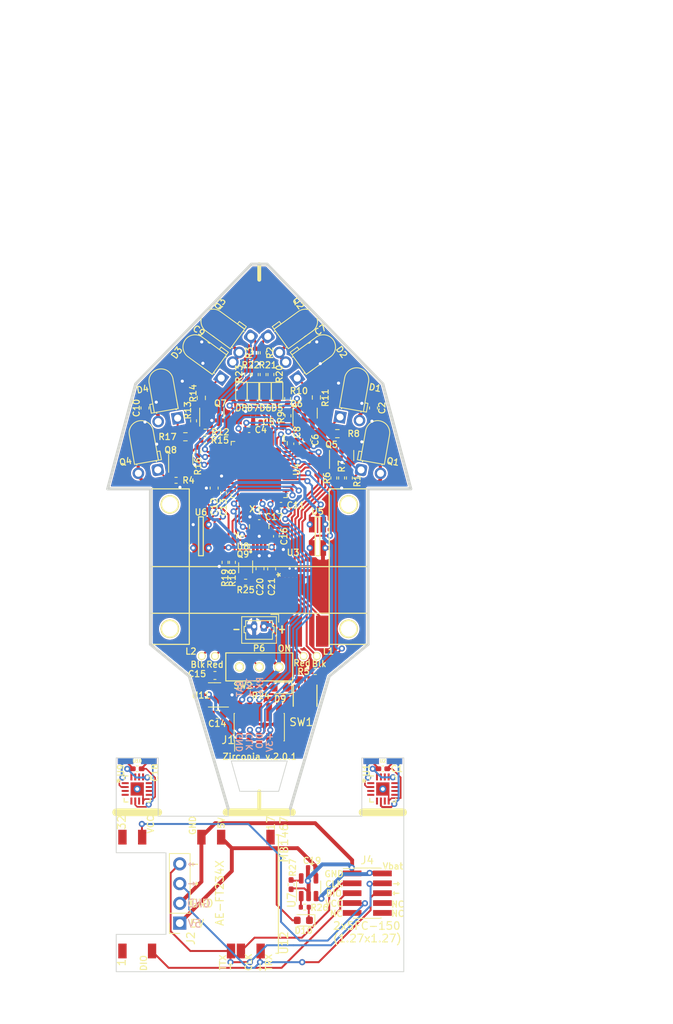
<source format=kicad_pcb>
(kicad_pcb (version 20240108) (generator "pcbnew") (generator_version "8.0")
  (layers (0 "F.Cu" signal) (31 "B.Cu" signal) (34 "B.Paste" user) (35 "F.Paste" user) (36 "B.SilkS" user "B.Silkscreen") (37 "F.SilkS" user "F.Silkscreen") (38 "B.Mask" user) (39 "F.Mask" user) (44 "Edge.Cuts" user))
  (net 0 "")
  (net 1 "+3V0")
  (net 2 "GND")
  (net 3 "+BATT")
  (net 4 "Net-(D1-K)")
  (net 5 "Net-(D2-K)")
  (net 6 "Net-(D3-K)")
  (net 7 "Net-(D4-K)")
  (net 8 "Net-(D5-K)")
  (net 9 "Net-(D6-K)")
  (net 10 "Net-(D6-A)")
  (net 11 "Net-(D7-K)")
  (net 12 "Net-(D7-A)")
  (net 13 "Net-(D8-K)")
  (net 14 "Net-(D8-A)")
  (net 15 "Net-(D9-A)")
  (net 16 "Net-(D10-A)")
  (net 17 "Net-(L1-Pad1)")
  (net 18 "Net-(L2-Pad1)")
  (net 19 "Net-(Q1-E)")
  (net 20 "Net-(Q2-E)")
  (net 21 "Net-(Q3-E)")
  (net 22 "Net-(Q4-E)")
  (net 23 "Net-(Q5-G)")
  (net 24 "Net-(Q5-D)")
  (net 25 "Net-(Q6-G)")
  (net 26 "Net-(Q6-D)")
  (net 27 "Net-(Q7-G)")
  (net 28 "Net-(Q7-D)")
  (net 29 "Net-(Q8-G)")
  (net 30 "Net-(Q8-D)")
  (net 31 "Net-(U1-A)")
  (net 32 "Net-(U1-B)")
  (net 33 "Net-(U4-NRST)")
  (net 34 "Net-(U4-VCAP1)")
  (net 35 "Net-(D5-A)")
  (net 36 "Net-(D10-K)")
  (net 37 "Net-(U3-BOUT2)")
  (net 38 "Net-(U3-AOUT1)")
  (net 39 "Net-(U3-BOUT1)")
  (net 40 "Net-(U3-AOUT2)")
  (net 41 "Net-(J1-Pin_3)")
  (net 42 "Net-(J1-Pin_4)")
  (net 43 "Net-(U4-BOOT0)")
  (net 44 "Net-(J1-Pin_5)")
  (net 45 "Net-(J1-Pin_6)")
  (net 46 "Net-(U4-PA0{slash}TIM2-1,5-1{slash}ADC1-0)")
  (net 47 "Net-(U4-PA1{slash}TIM2-2,5-2{slash}ADC1-1)")
  (net 48 "Net-(U4-PB0{slash}TIM3-3{slash}ADC1-8)")
  (net 61 "Net-(U3-BIN2{slash}BENBL)")
  (net 62 "Net-(U3-BIN1{slash}BPHASE)")
  (net 63 "Net-(U3-AIN2{slash}AENBL)")
  (net 64 "Net-(U3-AIN1{slash}APHASE)")
  (net 66 "Net-(U4-PA2{slash}TIM2-3,5-3{slash}ADC1-2)")
  (net 67 "Net-(U4-PA3{slash}TIM2-4,5-4{slash}ADC1-3)")
  (net 72 "Net-(U4-PB12{slash}SPI3SCK)")
  (net 73 "Net-(U4-PB13{slash}SPI2SCK)")
  (net 74 "Net-(U4-PB14{slash}SPI2MISO)")
  (net 75 "Net-(U4-PB15{slash}SPI2MOSI)")
  (net 77 "Net-(U4-PA15{slash}TIM2-1)")
  (net 78 "Net-(U4-PB3{slash}TIM2-2{slash}SPI1SCK{slash}SPI3SCK)")
  (net 79 "Net-(U4-PB4{slash}TIM3-1{slash}SPI1MISO{slash}SPI3MISO)")
  (net 80 "Net-(U4-PB5{slash}TIM3-2{slash}SPI1MOSI{slash}SPI3MOSI)")
  (net 86 "Net-(U10-A)")
  (net 90 "Net-(U10-B)")
  (net 100 "Net-(J2-Pin_2)")
  (net 101 "Net-(J4-Pin_2)")
  (net 102 "Net-(J4-Pin_3)")
  (net 103 "Net-(J2-Pin_4)")
  (net 104 "Net-(J4-Pin_5)")
  (net 108 "Net-(J2-Pin_3)")
  (net 109 "Net-(SW2-B)")
  (net 111 "Net-(U1-GND)")
  (net 112 "Net-(U1-VDD)")
  (net 113 "Net-(U10-GND)")
  (net 114 "Net-(U10-VCC)")
  (net 120 "Net-(Q9B-D)")
  (net 121 "Net-(Q9A-D)")
  (net 122 "Net-(U7-STAT)")
  (net 123 "Net-(U7-PROG)")
  (net 124 "Net-(J4-Pin_7)")
  (footprint "LED_SMD:LED_0603_1608Metric" (layer "F.Cu") (at 146.9 68.9 -90)
    (property "Reference" "D5")
    (property "Value" "XL-1608UYC-06")
  )
  (footprint "LTR-4206E:Phototransistor_D3.0mm_Horizontal_O1.27mm_Z2.0mm_IRBlack_Reverse" (layer "F.Cu") (at 131.550652 78.651989 -170)
    (property "Reference" "Q4")
    (property "Value" "LTR")
  )
  (footprint "Resistor_SMD:R_0603_1608Metric" (layer "F.Cu") (at 135.1 74.4)
    (property "Reference" "R17")
    (property "Value" "10")
  )
  (footprint "Zirconia:ENC_CONN_VART" (layer "F.Cu") (at 128.9 116.1 180)
    (property "Reference" "U10")
    (property "Value" "ENCODER_CONNECT_IC")
  )
  (footprint "LED_SMD:LED_0603_1608Metric" (layer "F.Cu") (at 142.3 68.9 -90)
    (property "Reference" "D8")
    (property "Value" "XL-1608UBC-04")
  )
  (footprint "Resistor_SMD:R_0402_1005Metric" (layer "F.Cu") (at 151.8 104.6 180)
    (property "Reference" "R5")
    (property "Value" "10k")
  )
  (footprint "Zirconia:Inductor" (layer "F.Cu") (at 151 99.400001)
    (property "Reference" "L1")
    (property "Value" "47uH")
  )
  (footprint "Resistor_SMD:R_0402_1005Metric_Pad0.72x0.64mm_HandSolder" (layer "F.Cu") (at 148.7 132 -90)
    (property "Reference" "R27")
    (property "Value" "10k")
  )
  (footprint "Resistor_SMD:R_0402_1005Metric" (layer "F.Cu") (at 142.85 93.1)
    (property "Reference" "R25")
    (property "Value" "10k")
  )
  (footprint "Package_TO_SOT_SMD:SOT-23-5" (layer "F.Cu") (at 150.95 132.3375 90)
    (property "Reference" "U7")
    (property "Value" "MCP73831T-2ACI/OT")
  )
  (footprint "Capacitor_SMD:C_0603_1608Metric" (layer "F.Cu") (at 146.2 91.4 90)
    (property "Reference" "C21")
    (property "Value" "10u")
  )
  (footprint "STLINK-V3MOS:mod_stlink-v3m_mb1467" (layer "F.Cu") (at 117.094 133.215482 90)
    (property "Reference" "U12")
    (property "Value" "STLINK-V3MOS")
  )
  (footprint "Zirconia:motor_pin" (layer "F.Cu") (at 137.2 102.600001 -90)
    (property "Reference" "P4")
    (property "Value" "Blk")
  )
  (footprint "Resistor_SMD:R_0402_1005Metric" (layer "F.Cu") (at 137.65 74.85 180)
    (property "Reference" "R15")
    (property "Value" "1k")
  )
  (footprint "Zirconia:ENC_CONN_FLAT" (layer "F.Cu") (at 137.1 87.200001 -90)
    (property "Reference" "U6")
    (property "Value" "ENCODER_CONNECT_PCB")
  )
  (footprint "Package_TO_SOT_SMD:SOT-23" (layer "F.Cu") (at 155.2 76.8 90)
    (property "Reference" "Q5")
    (property "Value" "IRLML6344")
  )
  (footprint "Resistor_SMD:R_0603_1608Metric" (layer "F.Cu") (at 154.65 74)
    (property "Reference" "R8")
    (property "Value" "10")
  )
  (footprint "Resistor_SMD:R_0402_1005Metric" (layer "F.Cu") (at 148.3 71.7 -90)
    (property "Reference" "R9")
    (property "Value" "1k")
  )
  (footprint "Resistor_SMD:R_0402_1005Metric" (layer "F.Cu") (at 156.2 79.7 90)
    (property "Reference" "R1")
    (property "Value" "1k")
  )
  (footprint "Connector_PinHeader_1.27mm:PinHeader_2x05_P1.27mm_Vertical_SMD" (layer "F.Cu") (at 144.6 111.75 90)
    (property "Reference" "J1")
    (property "Value" "BD125-10-A-0305-0580-L-B")
  )
  (footprint "Capacitor_SMD:C_0402_1005Metric" (layer "F.Cu") (at 144.3 72.5 180)
    (property "Reference" "C5")
    (property "Value" "0.1u")
  )
  (footprint "Capacitor_SMD:C_0402_1005Metric" (layer "F.Cu") (at 149.4 75.3 -90)
    (property "Reference" "C8")
    (property "Value" "0.1u")
  )
  (footprint "Resistor_SMD:R_0402_1005Metric" (layer "F.Cu") (at 148.25 69.5 90)
    (property "Reference" "R10")
    (property "Value" "100k")
  )
  (footprint "LTR-4206E:Phototransistor_D3.0mm_Horizontal_O1.27mm_Z2.0mm_IRBlack" (layer "F.Cu") (at 157.698588 78.658935 170)
    (property "Reference" "Q1")
    (property "Value" "LTR")
  )
  (footprint "Resistor_SMD:R_0402_1005Metric" (layer "F.Cu") (at 136.15 72.35 90)
    (property "Reference" "R13")
    (property "Value" "100k")
  )
  (footprint "Capacitor_SMD:C_0603_1608Metric" (layer "F.Cu") (at 150.7 74.8 -90)
    (property "Reference" "C6")
    (property "Value" "10u")
  )
  (footprint "Resistor_SMD:R_0402_1005Metric" (layer "F.Cu") (at 143.09 66.4 -90)
    (property "Reference" "R23")
    (property "Value" "1k")
  )
  (footprint "Capacitor_SMD:C_0603_1608Metric" (layer "F.Cu") (at 144.7 91.375 90)
    (property "Reference" "C20")
    (property "Value" "10u")
  )
  (footprint "Resistor_SMD:R_0402_1005Metric" (layer "F.Cu") (at 150.46089 134.9)
    (property "Reference" "R26")
    (property "Value" "1k")
  )
  (footprint "Resistor_SMD:R_0603_1608Metric" (layer "F.Cu") (at 137.15 69.4 -90)
    (property "Reference" "R14")
    (property "Value" "10")
  )
  (footprint "Capacitor_SMD:C_0603_1608Metric" (layer "F.Cu") (at 159.3 70.7 -90)
    (property "Reference" "C2")
    (property "Value" "10u")
  )
  (footprint "LTR-4206E:Phototransistor_D3.0mm_Horizontal_O1.27mm_Z2.0mm_IRBlack_Reverse" (layer "F.Cu") (at 143.516037 61.498901 -126)
    (property "Reference" "Q3")
    (property "Value" "LTR")
  )
  (footprint "Package_DFN_QFN:QFN-48-1EP_7x7mm_P0.5mm_EP5.6x5.6mm" (layer "F.Cu") (at 144.6 78.610049 -90)
    (property "Reference" "U4")
    (property "Value" "STM32F411CEU6/STM32F413CHU6")
  )
  (footprint "Capacitor_SMD:C_0402_1005Metric" (layer "F.Cu") (at 151.36089 129.8 180)
    (property "Reference" "C19")
    (property "Value" "4.7u")
  )
  (footprint "Capacitor_SMD:C_0603_1608Metric" (layer "F.Cu") (at 150.8 61.9 36)
    (property "Reference" "C7")
    (property "Value" "10u")
  )
  (footprint "Resistor_SMD:R_0402_1005Metric" (layer "F.Cu") (at 144.1 63.6 -90)
    (property "Reference" "R3")
    (property "Value" "1k")
  )
  (footprint "OSI5FU3A11C:OSI5FU3A11C_Reverse" (layer "F.Cu") (at 134.1 72.000001 -170)
    (property "Reference" "D4")
    (property "Value" "OSI5FU3A11C")
  )
  (footprint "Capacitor_SMD:C_0402_1005Metric_Pad0.74x0.62mm_HandSolder" (layer "F.Cu") (at 128.8999 117.1 180)
    (property "Reference" "C18")
    (property "Value" "0.1u")
  )
  (footprint "LED_SMD:LED_0603_1608Metric" (layer "F.Cu") (at 147.3 106.7 180)
    (property "Reference" "D9")
    (property "Value" "XL-1608UBC-04")
  )
  (footprint "Resistor_SMD:R_0402_1005Metric" (layer "F.Cu") (at 140.2 90.55 -90)
    (property "Reference" "R19")
    (property "Value" "10k")
  )
  (footprint "Package_TO_SOT_SMD:SOT-23" (layer "F.Cu") (at 134.5 77.300001 90)
    (property "Reference" "Q8")
    (property "Value" "IRLML6344")
  )
  (footprint "Zirconia:SS12D01G4" (layer "F.Cu") (at 144.6 104 180)
    (property "Reference" "SW2")
    (property "Value" "SS12D01G4")
  )
  (footprint "LED_SMD:LED_0603_1608Metric" (layer "F.Cu") (at 145.4 68.9 -90)
    (property "Reference" "D6")
    (property "Value" "XL-1608SURC-06")
  )
  (footprint "Capacitor_SMD:C_0402_1005Metric" (layer "F.Cu") (at 146.8 87.2 90)
    (property "Reference" "C16")
    (property "Value" "0.1u")
  )
  (footprint "Zirconia:motor_pin" (layer "F.Cu") (at 152 102.600001 -90)
    (property "Reference" "P2")
    (property "Value" "Blk")
  )
  (footprint "Zirconia:motor_pin" (layer "F.Cu") (at 138.9 102.600001 -90)
    (property "Reference" "P3")
    (property "Value" "Red")
  )
  (footprint "Connector_PinHeader_1.27mm:PinHeader_2x05_P1.27mm_Vertical_SMD" (layer "F.Cu") (at 158.5 133.1)
    (property "Reference" "J4")
    (property "Value" "BD125-10-A-0305-0580-L-B")
  )
  (footprint "Resistor_SMD:R_0402_1005Metric" (layer "F.Cu") (at 144.09 66.4 -90)
    (property "Reference" "R22")
    (property "Value" "510")
  )
  (footprint "Resistor_SMD:R_0402_1005Metric" (layer "F.Cu") (at 136.7 76.3 -90)
    (property "Reference" "R16")
    (property "Value" "100k")
  )
  (footprint "KMR211GLFS:KMR2xxNG_LFS" (layer "F.Cu") (at 150.5 107.7 -90)
    (property "Reference" "SW1")
    (property "Value" "KMR211NG LFS")
  )
  (footprint "OSI5FU3A11C:OSI5FU3A11C" (layer "F.Cu") (at 141.2 64.800001 -126)
    (property "Reference" "D3")
    (property "Value" "OSI5FU3A11C")
  )
  (footprint "Connector_PinSocket_2.54mm:PinSocket_1x04_P2.54mm_Vertical" (layer "F.Cu") (at 134.375 136.95 180)
    (property "Reference" "J2")
    (property "Value" "Conn_01x04")
  )
  (footprint "LED_SMD:LED_0603_1608Metric" (layer "F.Cu") (at 143.8 68.9 -90)
    (property "Reference" "D7")
    (property "Value" "XL-1608SYGC-06")
  )
  (footprint "Zirconia:ENC_CONN_VART" (layer "F.Cu") (at 160.50114 116.1 180)
    (property "Reference" "U2")
    (property "Value" "ENCODER_CONNECT_IC")
  )
  (footprint "Package_TO_SOT_SMD:SOT-23" (layer "F.Cu") (at 150.5 71.3625 90)
    (property "Reference" "Q6")
    (property "Value" "IRLML6344")
  )
  (footprint "Resistor_SMD:R_0402_1005Metric" (layer "F.Cu") (at 155.2 79.7 -90)
    (property "Reference" "R7")
    (property "Value" "100k")
  )
  (footprint "Zirconia:motor_pin" (layer "F.Cu") (at 150.3 102.600001 -90)
    (property "Reference" "P1")
    (property "Value" "Red")
  )
  (footprint "Resistor_SMD:R_0402_1005Metric" (layer "F.Cu") (at 144.8 106.7 180)
    (property "Reference" "R24")
    (property "Value" "1k")
  )
  (footprint "LTR-4206E:Phototransistor_D3.0mm_Horizontal_O1.27mm_Z2.0mm_IRBlack" (layer "F.Cu") (at 145.7 61.498901 126)
    (property "Reference" "Q2")
    (property "Value" "LTR")
  )
  (footprint "Capacitor_SMD:C_0603_1608Metric" (layer "F.Cu") (at 129.9 70.7 -90)
    (property "Reference" "C10")
    (property "Value" "10u")
  )
  (footprint "Capacitor_SMD:C_0402_1005Metric" (layer "F.Cu") (at 140 81.6 90)
    (property "Reference" "C13")
    (property "Value" "0.1u")
  )
  (footprint "LED_SMD:LED_0603_1608Metric" (layer "F.Cu") (at 150.27339 136.595456 180)
    (property "Reference" "D10")
    (property "Value" "XL-1608SURC-06")
  )
  (footprint "MA302GQ-P:MA302GQ-P" (layer "F.Cu") (at 128.9 119.7)
    (property "Reference" "U9")
    (property "Value" "MA302/MA730")
  )
  (footprint "Package_TO_SOT_SMD:SOT-563" (layer "F.Cu") (at 142.85 91.25 -90)
    (property "Reference" "Q9")
    (property "Value" "DMC2400UV-7")
  )
  (footprint "Resistor_SMD:R_0402_1005Metric" (layer "F.Cu") (at 133.9 80.000001)
    (property "Reference" "R4")
    (property "Value" "1k")
  )
  (footprint "Zirconia:Mot_mount" (layer "F.Cu") (at 144.6 87.2 -90)
    (property "Reference" "Mot_mount" (hide yes))
    (property "Value" "V" (hide yes))
  )
  (footprint "Capacitor_SMD:C_0402_1005Metric_Pad0.74x0.62mm_HandSolder" (layer "F.Cu") (at 160.5001 117.1 180)
    (property "Reference" "C1")
    (property "Value" "0.1u")
  )
  (footprint "Capacitor_SMD:C_0402_1005Metric" (layer "F.Cu") (at 143.3 73.5)
    (property "Reference" "C4")
    (property "Value" "0.1u")
  )
  (footprint "Resistor_SMD:R_0402_1005Metric" (layer "F.Cu") (at 145.1 66.4 -90)
    (property "Reference" "R21")
    (property "Value" "1k")
  )
  (footprint "Package_TO_SOT_SMD:SOT-23-5" (layer "F.Cu") (at 138.85 107.6 180)
    (property "Reference" "U11")
    (property "Value" "LP5907MFX-3.0")
  )
  (footprint "MA302GQ-P:MA302GQ-P" (layer "F.Cu") (at 160.5 119.7)
    (property "Reference" "U1")
    (property "Value" "MA302/MA730")
  )
  (footprint "Resistor_SMD:R_0603_1608Metric" (layer "F.Cu") (at 151.95 69.35 -90)
    (property "Reference" "R11")
    (property "Value" "10")
  )
  (footprint "Capacitor_SMD:C_0402_1005Metric" (layer "F.Cu") (at 147.4 83.2 180)
    (property "Reference" "C11")
    (property "Value" "0.1u")
  )
  (footprint "Resistor_SMD:R_0402_1005Metric" (layer "F.Cu") (at 146.1 66.4 -90)
    (property "Reference" "R20")
    (property "Value" "1k")
  )
  (footprint "Capacitor_SMD:C_0603_1608Metric" (layer "F.Cu") (at 138.4 61.9 144)
    (property "Reference" "C9")
    (property "Value" "10u")
  )
  (footprint "Resistor_SMD:R_0402_1005Metric" (layer "F.Cu") (at 141.15 90.55 90)
    (property "Reference" "R18")
    (property "Value" "10k")
  )
  (footprint "Capacitor_SMD:C_0402_1005Metric" (layer "F.Cu") (at 144.6 84.7 180)
    (property "Reference" "C17")
    (property "Value" "10n")
  )
  (footprint "OSI5FU3A11C:OSI5FU3A11C" (layer "F.Cu") (at 157.5 72.300001 170)
    (property "Reference" "D1")
    (property "Value" "OSI5FU3A11C")
  )
  (footprint "Connector_Molex:Molex_PicoBlade_53047-0210_1x02_P1.25mm_Vertical" (layer "F.Cu") (at 145.2 98.8 180)
    (property "Reference" "P6")
    (property "Value" "PicoBlade_53047-0210")
  )
  (footprint "Resistor_SMD:R_0402_1005Metric" (layer "F.Cu") (at 154.2 79.7 -90)
    (property "Reference" "R6")
    (property "Value" "1k")
  )
  (footprint "Resistor_SMD:R_0402_1005Metric" (layer "F.Cu") (at 145.1 63.6 -90)
    (property "Reference" "R2")
    (property "Value" "1k")
  )
  (footprint "OSI5FU3A11C:OSI5FU3A11C_Reverse" (layer "F.Cu") (at 149.492975 66.854904 126)
    (property "Reference" "D2")
    (property "Value" "OSI5FU3A11C")
  )
  (footprint "ICM-42688-P:ICM-42688-P_handsoldering" (layer "F.Cu") (at 144.6 87.200001 90)
    (property "Reference" "U8")
    (property "Value" "ICM-42688-P" (hide yes))
  )
  (footprint "Capacitor_SMD:C_0603_1608Metric" (layer "F.Cu") (at 139.2 110.1)
    (property "Reference" "C14")
    (property "Value" "10u")
  )
  (footprint "Zirconia:ENC_CONN_FLAT" (layer "F.Cu") (at 152.1 87.200001 90)
    (property "Reference" "U5")
    (property "Value" "ENCODER_CONNECT_PCB")
  )
  (footprint "Capacitor_SMD:C_0603_1608Metric" (layer "F.Cu") (at 138.9 105.1 180)
    (property "Reference" "C15")
    (property "Value" "10u")
  )
  (footprint "DRV8836DSSR:DRV8836DSSR" (layer "F.Cu") (at 148.9063 91.35 90)
    (property "Reference" "U3")
    (property "Value" "DRV8836DSSR")
  )
  (footprint "Package_TO_SOT_SMD:SOT-23" (layer "F.Cu") (at 138.5 71.3625 90)
    (property "Reference" "Q7")
    (property "Value" "IRLML6344")
  )
  (footprint "Resistor_SMD:R_0402_1005Metric" (layer "F.Cu") (at 137.65 73.8 180)
    (property "Reference" "R12")
    (property "Value" "1k")
  )
  (footprint "Zirconia:Inductor" (layer "F.Cu") (at 138.2 99.400001 180)
    (property "Reference" "L2")
    (property "Value" "47uH")
  )
  (footprint "Capacitor_SMD:C_0603_1608Metric" (layer "F.Cu") (at 138.8 81 -90)
    (property "Reference" "C12")
    (property "Value" "10u")
  )
  (gr_line (start 163.1 122.699999) (end 157.9 122.699999) (stroke (width 1)) (layer "F.SilkS"))
  (gr_line (start 144.6 122.200001) (end 144.6 120.000001) (stroke (width 0.5)) (layer "F.SilkS"))
  (gr_line (start 131.6 122.7) (end 126.2 122.7) (stroke (width 1)) (layer "F.SilkS"))
  (gr_line (start 148.8 122.7) (end 140.4 122.7) (stroke (width 1)) (layer "F.SilkS"))
  (gr_line (start 144.6 52.2) (end 144.6 54.2) (stroke (width 0.5)) (layer "F.SilkS"))
  (gr_line (start 126.2 123.2) (end 126.2 115.7) (stroke (width 0.1)) (layer "Edge.Cuts"))
  (gr_line (start 163.2 115.7) (end 163.2 123.2) (stroke (width 0.1)) (layer "Edge.Cuts"))
  (gr_line (start 157.8 123.2) (end 148.6 123.2) (stroke (width 0.1)) (layer "Edge.Cuts"))
  (gr_line (start 163.2 123.2) (end 163.2 143.2) (stroke (width 0.1)) (layer "Edge.Cuts"))
  (gr_line (start 148.6 122.2) (end 148.6 123.2) (stroke (width 0.1)) (layer "Edge.Cuts"))
  (gr_line (start 164.1 81.1) (end 160.5 67.6) (stroke (width 0.381)) (layer "Edge.Cuts"))
  (gr_line (start 140.6 123.2) (end 131.6 123.2) (stroke (width 0.1)) (layer "Edge.Cuts"))
  (gr_line (start 158.6 81.1) (end 158.6 101.1) (stroke (width 0.381)) (layer "Edge.Cuts"))
  (gr_line (start 130.6 81.1) (end 125.1 81.1) (stroke (width 0.381)) (layer "Edge.Cuts"))
  (gr_line (start 158.6 81.1) (end 164.1 81.1) (stroke (width 0.381)) (layer "Edge.Cuts"))
  (gr_line (start 126.2 143.2) (end 126.2 138.4) (stroke (width 0.1)) (layer "Edge.Cuts"))
  (gr_line (start 125.1 81.1) (end 128.7 67.6) (stroke (width 0.381)) (layer "Edge.Cuts"))
  (gr_line (start 148.2 116.1) (end 141 116.1) (stroke (width 0.1)) (layer "Edge.Cuts"))
  (gr_line (start 132.6 127.9) (end 132.6 138.4) (stroke (width 0.1)) (layer "Edge.Cuts"))
  (gr_line (start 135.6 105.2) (end 140.6 122.2) (stroke (width 0.381)) (layer "Edge.Cuts"))
  (gr_line (start 145.6 52.2) (end 143.6 52.2) (stroke (width 0.381)) (layer "Edge.Cuts"))
  (gr_line (start 141 116.1) (end 142.1 120) (stroke (width 0.1)) (layer "Edge.Cuts"))
  (gr_line (start 163.2 115.7) (end 157.8 115.7) (stroke (width 0.1)) (layer "Edge.Cuts"))
  (gr_line (start 145.6 52.2) (end 160.5 67.6) (stroke (width 0.381)) (layer "Edge.Cuts"))
  (gr_line (start 126.2 138.4) (end 126.2 138.4) (stroke (width 0.1)) (layer "Edge.Cuts"))
  (gr_line (start 131.6 115.7) (end 126.2 115.7) (stroke (width 0.1)) (layer "Edge.Cuts"))
  (gr_line (start 128.7 67.6) (end 143.6 52.2) (stroke (width 0.381)) (layer "Edge.Cuts"))
  (gr_line (start 153.6 105.2) (end 148.6 122.2) (stroke (width 0.381)) (layer "Edge.Cuts"))
  (gr_line (start 132.6 127.9) (end 126.2 127.9) (stroke (width 0.1)) (layer "Edge.Cuts"))
  (gr_line (start 131.6 115.7) (end 131.6 123.2) (stroke (width 0.1)) (layer "Edge.Cuts"))
  (gr_line (start 130.6 101.1) (end 130.6 81.1) (stroke (width 0.381)) (layer "Edge.Cuts"))
  (gr_line (start 126.2 127.9) (end 126.2 123.2) (stroke (width 0.1)) (layer "Edge.Cuts"))
  (gr_line (start 158.6 101.1) (end 153.6 105.2) (stroke (width 0.381)) (layer "Edge.Cuts"))
  (gr_line (start 147.1 120) (end 148.2 116.1) (stroke (width 0.1)) (layer "Edge.Cuts"))
  (gr_line (start 132.6 138.4) (end 126.2 138.4) (stroke (width 0.1)) (layer "Edge.Cuts"))
  (gr_line (start 130.6 101.1) (end 135.6 105.2) (stroke (width 0.381)) (layer "Edge.Cuts"))
  (gr_line (start 142.1 120) (end 147.1 120) (stroke (width 0.1)) (layer "Edge.Cuts"))
  (gr_line (start 157.8 115.7) (end 157.8 123.2) (stroke (width 0.1)) (layer "Edge.Cuts"))
  (gr_line (start 163.2 143.2) (end 126.2 143.2) (stroke (width 0.1)) (layer "Edge.Cuts"))
  (gr_line (start 140.6 122.2) (end 140.6 123.2) (stroke (width 0.1)) (layer "Edge.Cuts"))
  (gr_text "←" (at 135.2 132.4 0) (layer "B.SilkS") (effects (font (size 1 1)) (justify right bottom mirror)))
  (gr_text "→" (at 135.2 129.9 0) (layer "B.SilkS") (effects (font (size 1 1)) (justify right bottom mirror)))
  (gr_text "5V" (at 135.3 137.6 0) (layer "B.SilkS") (effects (font (size 1 1)) (justify right bottom mirror)))
  (gr_text "BAT\nTX→\nRX←" (at 143.4 107.95 90) (layer "B.SilkS") (effects (font (size 0.8 0.8)) (justify right mirror)))
  (gr_text "GND" (at 135.2 135 0) (layer "B.SilkS") (effects (font (size 1 1)) (justify right bottom mirror)))
  (gr_text "GND\nCLK\nDIO\n+3V" (at 144 112.4 90) (layer "B.SilkS") (effects (font (size 0.8 0.8)) (justify left mirror)))
  (gr_text "NC" (at 153.6 136.2 0) (layer "F.SilkS") (effects (font (size 0.8 0.8)) (justify left bottom)))
  (gr_text "→" (at 141.4 143.2 90) (layer "F.SilkS") (effects (font (size 1 1)) (justify left bottom)))
  (gr_text "TRX" (at 146.3 143.2 90) (layer "F.SilkS") (effects (font (size 0.8 0.8)) (justify left bottom)))
  (gr_text "Y" (at 141.7 87.1 0) (layer "F.SilkS") (effects (font (size 0.8 0.8))))
  (gr_text "→" (at 162.9 132.6 180) (layer "F.SilkS") (effects (font (size 1 1)) (justify left bottom)))
  (gr_text "NC" (at 161.5 135 0) (layer "F.SilkS") (effects (font (size 0.8 0.8)) (justify left bottom)))
  (gr_text "DIO" (at 130.2 143.2 90) (layer "F.SilkS") (effects (font (size 0.8 0.8)) (justify left bottom)))
  (gr_text "X↑" (at 144.2 83.7 0) (layer "F.SilkS") (effects (font (size 0.8 0.8))))
  (gr_text "→" (at 161.5 132.4 0) (layer "F.SilkS") (effects (font (size 1 1)) (justify left bottom)))
  (gr_text "AE-FT234X" (at 140.1 137.4 90) (layer "F.SilkS") (effects (font (size 1 1)) (justify left bottom)))
  (gr_text "→" (at 144.2 141.9 -90) (layer "F.SilkS") (effects (font (size 1 1)) (justify left bottom)))
  (gr_text "5V" (at 137.6 137.6 -0) (layer "F.SilkS") (effects (font (size 1 1)) (justify right bottom)))
  (gr_text "TTX" (at 140.4 143.1 90) (layer "F.SilkS") (effects (font (size 0.8 0.8)) (justify left bottom)))
  (gr_text "CLK" (at 143.7 143.2 90) (layer "F.SilkS") (effects (font (size 0.8 0.8)) (justify left bottom)))
  (gr_text "GND" (at 138.8 135 -0) (layer "F.SilkS") (effects (font (size 1 1)) (justify right bottom)))
  (gr_text "→" (at 137 132.4 -0) (layer "F.SilkS") (effects (font (size 1 1)) (justify right bottom)))
  (gr_text "VCC" (at 131.1 125.5 90) (layer "F.SilkS") (effects (font (size 0.8 0.8)) (justify left bottom)))
  (gr_text "←" (at 142.4 87.1 0) (layer "F.SilkS") (effects (font (size 0.8 0.8))))
  (gr_text "2x5FC-150\n(1.27x1.27)" (at 154 139.5 0) (layer "F.SilkS") (effects (font (size 1 1)) (justify left bottom)))
  (gr_text "Vbat" (at 160.4 130.1 0) (layer "F.SilkS") (effects (font (size 0.8 0.8)) (justify left bottom)))
  (gr_text "←" (at 137 129.9 -0) (layer "F.SilkS") (effects (font (size 1 1)) (justify right bottom)))
  (gr_text "-        +" (at 144.6 99.1 0) (layer "F.SilkS") (effects (font (size 1.2 0.8) (thickness 0.2))))
  (gr_text "ON" (at 146.9 102.1 0) (layer "F.SilkS") (effects (font (size 0.8 0.8)) (justify left bottom)))
  (gr_text "CLK" (at 153 132.4 0) (layer "F.SilkS") (effects (font (size 0.8 0.8)) (justify left bottom)))
  (gr_text "Zirconia v.2.0.1" (at 139.8 116 0) (layer "F.SilkS") (effects (font (size 0.8 0.8)) (justify left bottom)))
  (gr_text "1" (at 147.8 74.6 0) (layer "F.SilkS") (effects (font (size 0.8 0.6))))
  (gr_text "GND" (at 136.5 125.7 90) (layer "F.SilkS") (effects (font (size 0.8 0.8)) (justify left bottom)))
  (gr_text "5V" (at 140.2 124.9 90) (layer "F.SilkS") (effects (font (size 0.8 0.8)) (justify left bottom)))
  (gr_text "VCC" (at 153 134.9 0) (layer "F.SilkS") (effects (font (size 0.8 0.8)) (justify left bottom)))
  (gr_text "NC" (at 161.5 136.2 0) (layer "F.SilkS") (effects (font (size 0.8 0.8)) (justify left bottom)))
  (gr_text "GND" (at 152.9 131.1 0) (layer "F.SilkS") (effects (font (size 0.8 0.8)) (justify left bottom)))
  (gr_text "DIO" (at 153.1 133.6 0) (layer "F.SilkS") (effects (font (size 0.8 0.8)) (justify left bottom)))
  (segment (start 136.592893 90.400001) (end 138.30109 90.400001) (width 0.4) (layer "F.Cu") (net 1))
  (segment (start 150.134843 62.355479) (end 150.044521 62.265157) (width 0.4) (layer "F.Cu") (net 1))
  (segment (start 139.034843 62.344522) (end 141.779365 59.6) (width 0.4) (layer "F.Cu") (net 1))
  (segment (start 146.8 88) (end 146.2 88.6) (width 0.25) (layer "F.Cu") (net 1))
  (segment (start 142.695 91.325) (end 141.875 91.325) (width 0.25) (layer "F.Cu") (net 1))
  (segment (start 137.116841 107.5495) (end 136.685276 107.117935) (width 0.4) (layer "F.Cu") (net 1))
  (segment (start 143.35 74.237609) (end 142.82 73.707609) (width 0.25) (layer "F.Cu") (net 1))
  (segment (start 131.1 80.892893) (end 130.807107 80.6) (width 0.4) (layer "F.Cu") (net 1))
  (segment (start 136.685276 107.117935) (end 136.021244 104.860226) (width 0.4) (layer "F.Cu") (net 1))
  (segment (start 129.025 79.068815) (end 129.04924 79.093055) (width 0.4) (layer "F.Cu") (net 1))
  (segment (start 146.8 87.68) (end 146.8 88) (width 0.25) (layer "F.Cu") (net 1))
  (segment (start 139 91.8) (end 138.30109 91.10109) (width 0.25) (layer "F.Cu") (net 1))
  (segment (start 142.023062 63.553804) (end 142.023062 63.976939) (width 0.4) (layer "F.Cu") (net 1))
  (segment (start 147.192975 63.992976) (end 148 64.800001) (width 0.4) (layer "F.Cu") (net 1))
  (segment (start 145.72 87.700001) (end 146.787608 87.700001) (width 0.25) (layer "F.Cu") (net 1))
  (segment (start 141.875 91.325) (end 141.4 91.8) (width 0.25) (layer "F.Cu") (net 1))
  (segment (start 130.15 80.6) (end 129.04924 79.49924) (width 0.4) (layer "F.Cu") (net 1))
  (segment (start 150.7 74.025) (end 149.905 74.82) (width 0.25) (layer "F.Cu") (net 1))
  (segment (start 138.116691 109.791691) (end 138.425 110.1) (width 0.4) (layer "F.Cu") (net 1))
  (segment (start 152.444998 105.541606) (end 158.086604 99.9) (width 0.4) (layer "F.Cu") (net 1))
  (segment (start 143.35 75.172549) (end 143.35 74.237609) (width 0.25) (layer "F.Cu") (net 1))
  (segment (start 152.894621 85.62924) (end 152.825 85.698861) (width 0.25) (layer "F.Cu") (net 1))
  (segment (start 136.3 90.107108) (end 136.592893 90.400001) (width 0.4) (layer "F.Cu") (net 1))
  (segment (start 152.444998 106.055002) (end 152.444998 105.541606) (width 0.4) (layer "F.Cu") (net 1))
  (segment (start 147.88 83.962237) (end 147.88 83.2) (width 0.25) (layer "F.Cu") (net 1))
  (segment (start 149.8 108.630001) (end 149.6999 108.529901) (width 0.25) (layer "F.Cu") (net 1))
  (segment (start 138.30109 91.10109) (end 138.30109 90.400001) (width 0.25) (layer "F.Cu") (net 1))
  (segment (start 136.1005 88.701141) (end 136.3 88.900641) (width 0.4) (layer "F.Cu") (net 1))
  (segment (start 138.425 110.1) (end 138.425 112.200686) (width 0.4) (layer "F.Cu") (net 1))
  (segment (start 141.779365 59.6) (end 147.4 59.6) (width 0.4) (layer "F.Cu") (net 1))
  (segment (start 142.82 73.707609) (end 142.82 73.7) (width 0.25) (layer "F.Cu") (net 1))
  (segment (start 148.35 73.75) (end 150.425 73.75) (width 0.25) (layer "F.Cu") (net 1))
  (segment (start 147.192975 63.553804) (end 147.192975 63.992976) (width 0.4) (layer "F.Cu") (net 1))
  (segment (start 158.086604 99.9) (end 158.1 99.9) (width 0.4) (layer "F.Cu") (net 1))
  (segment (start 153.274999 64.2) (end 152.020635 64.2) (width 0.4) (layer "F.Cu") (net 1))
  (segment (start 142.85 91.17) (end 142.695 91.325) (width 0.25) (layer "F.Cu") (net 1))
  (segment (start 141.4 91.8) (end 139 91.8) (width 0.25) (layer "F.Cu") (net 1))
  (segment (start 140.81378 62.344522) (end 142.023062 63.553804) (width 0.4) (layer "F.Cu") (net 1))
  (segment (start 160.175 70.991116) (end 159.208885 70.025001) (width 0.4) (layer "F.Cu") (net 1))
  (segment (start 149.269999 108.630001) (end 149.8 108.630001) (width 0.4) (layer "F.Cu") (net 1))
  (segment (start 159.5 80.6) (end 160.2 79.9) (width 0.4) (layer "F.Cu") (net 1))
  (segment (start 149.6999 107.5) (end 149.6999 105.65022) (width 0.25) (layer "F.Cu") (net 1))
  (segment (start 136.021244 104.860226) (end 131.1 99.938983) (width 0.4) (layer "F.Cu") (net 1))
  (segment (start 147.672549 75.172549) (end 147.35 75.172549) (width 0.25) (layer "F.Cu") (net 1))
  (segment (start 144.39 106.75428) (end 145.13572 107.5) (width 0.25) (layer "F.Cu") (net 1))
  (segment (start 136.3 88.900641) (end 136.3 90.107108) (width 0.4) (layer "F.Cu") (net 1))
  (segment (start 130.807107 80.6) (end 130.15 80.6) (width 0.4) (layer "F.Cu") (net 1))
  (segment (start 160.175 79.075001) (end 160.175 70.991116) (width 0.4) (layer "F.Cu") (net 1))
  (segment (start 147.4 59.6) (end 150.134843 62.334843) (width 0.4) (layer "F.Cu") (net 1))
  (segment (start 158.392893 80.6) (end 159.5 80.6) (width 0.4) (layer "F.Cu") (net 1))
  (segment (start 149.869999 108.630001) (end 152.444998 106.055002) (width 0.4) (layer "F.Cu") (net 1))
  (segment (start 160.2 79.100001) (end 160.175 79.075001) (width 0.4) (layer "F.Cu") (net 1))
  (segment (start 142.023062 63.976939) (end 141.2 64.800001) (width 0.4) (layer "F.Cu") (net 1))
  (segment (start 150.176114 62.355479) (end 150.134843 62.355479) (width 0.4) (layer "F.Cu") (net 1))
  (segment (start 160.2 79.9) (end 160.2 79.100001) (width 0.4) (layer "F.Cu") (net 1))
  (segment (start 148.471274 62.265157) (end 147.156884 63.579547) (width 0.4) (layer "F.Cu") (net 1))
  (segment (start 129.025 70.800001) (end 129.025 79.068815) (width 0.4) (layer "F.Cu") (net 1))
  (segment (start 129.04924 79.49924) (end 129.04924 79.093055) (width 0.4) (layer "F.Cu") (net 1))
  (segment (start 147.6563 90.0563) (end 146.2 88.6) (width 0.25) (layer "F.Cu") (net 1))
  (segment (start 159.208885 70.025001) (end 159.1 70.025001) (width 0.4) (layer "F.Cu") (net 1))
  (segment (start 147.899333 83.98157) (end 147.88 83.962237) (width 0.25) (layer "F.Cu") (net 1))
  (segment (start 142.85 90.5) (end 142.85 91.17) (width 0.25) (layer "F.Cu") (net 1))
  (segment (start 146.445 86.115) (end 146.160001 85.830001) (width 0.25) (layer "F.Cu") (net 1))
  (segment (start 149.6999 108.529901) (end 149.6999 107.5) (width 0.25) (layer "F.Cu") (net 1))
  (segment (start 139.43 82.65) (end 140 82.08) (width 0.25) (layer "F.Cu") (net 1))
  (segment (start 148.755 74.82) (end 148.0375 75.5375) (width 0.25) (layer "F.Cu") (net 1))
  (segment (start 141.524314 115.3) (end 147.675686 115.3) (width 0.4) (layer "F.Cu") (net 1))
  (segment (start 150.044521 62.265157) (end 148.471274 62.265157) (width 0.4) (layer "F.Cu") (net 1))
  (segment (start 142.9405 72.6) (end 142.82 72.7205) (width 0.25) (layer "F.Cu") (net 1))
  (segment (start 159.1 70.025001) (end 153.274999 64.2) (width 0.4) (layer "F.Cu") (net 1))
  (segment (start 129.9 69.925001) (end 131.598588 71.623589) (width 0.4) (layer "F.Cu") (net 1))
  (segment (start 147.162609 86.115) (end 146.445 86.115) (width 0.25) (layer "F.Cu") (net 1))
  (segment (start 152.020635 64.2) (end 150.176114 62.355479) (width 0.4) (layer "F.Cu") (net 1))
  (segment (start 139.023394 82.65) (end 139.43 82.65) (width 0.25) (layer "F.Cu") (net 1))
  (segment (start 137.229365 64.15) (end 135.675001 64.15) (width 0.4) (layer "F.Cu") (net 1))
  (segment (start 147.435 87.052609) (end 147.435 86.387391) (width 0.25) (layer "F.Cu") (net 1))
  (segment (start 138.116691 107.5495) (end 137.116841 107.5495) (width 0.4) (layer "F.Cu") (net 1))
  (segment (start 147.88 82.577549) (end 147.88 83.2) (width 0.25) (layer "F.Cu") (net 1))
  (segment (start 149.905 74.82) (end 149.4 74.82) (width 0.25) (layer "F.Cu") (net 1))
  (segment (start 138.116691 107.5495) (end 138.116691 109.791691) (width 0.4) (layer "F.Cu") (net 1))
  (segment (start 159.1 70.025001) (end 157.5 71.625001) (width 0.4) (layer "F.Cu") (net 1))
  (segment (start 148.0375 75.5375) (end 147.672549 75.172549) (width 0.25) (layer "F.Cu") (net 1))
  (segment (start 140.442549 82.08) (end 140 82.08) (width 0.25) (layer "F.Cu") (net 1))
  (segment (start 144.39 106.7) (end 144.39 106.75428) (width 0.25) (layer "F.Cu") (net 1))
  (segment (start 131.1 99.938983) (end 131.1 80.892893) (width 0.4) (layer "F.Cu") (net 1))
  (segment (start 140.052396 88.648695) (end 138.30109 90.400001) (width 0.4) (layer "F.Cu") (net 1))
  (segment (start 145.35 84.97) (end 145.35 85.830001) (width 0.25) (layer "F.Cu") (net 1))
  (segment (start 147.6563 90.24567) (end 147.6563 90.0563) (width 0.25) (layer "F.Cu") (net 1))
  (segment (start 147.675686 115.3) (end 148.8 114.175686) (width 0.4) (layer "F.Cu") (net 1))
  (segment (start 147.35 82.047549) (end 147.88 82.577549) (width 0.25) (layer "F.Cu") (net 1))
  (segment (start 131.598588 71.623589) (end 131.598588 72.441067) (width 0.4) (layer "F.Cu") (net 1))
  (segment (start 157.5 71.625001) (end 157.5 72.300001) (width 0.4) (layer "F.Cu") (net 1))
  (segment (start 149.4 74.82) (end 148.755 74.82) (width 0.25) (layer "F.Cu") (net 1))
  (segment (start 135.675001 64.15) (end 129.9 69.925001) (width 0.4) (layer "F.Cu") (net 1))
  (segment (start 148.8 114.175686) (end 148.8 109.1) (width 0.4) (layer "F.Cu") (net 1))
  (segment (start 145.13572 107.5) (end 149.6999 107.5) (width 0.25) (layer "F.Cu") (net 1))
  (segment (start 139.034843 62.344522) (end 137.229365 64.15) (width 0.4) (layer "F.Cu") (net 1))
  (segment (start 142.82 72.7205) (end 142.82 73.5) (width 0.25) (layer "F.Cu") (net 1))
  (segment (start 145.08 84.7) (end 145.35 84.97) (width 0.25) (layer "F.Cu") (net 1))
  (segment (start 158.1 99.9) (end 158.1 80.892893) (width 0.4) (layer "F.Cu") (net 1))
  (segment (start 140.651305 88.648695) (end 140.052396 88.648695) (width 0.4) (layer "F.Cu") (net 1))
  (segment (start 146.160001 85.830001) (end 145.35 85.830001) (width 0.25) (layer "F.Cu") (net 1))
  (segment (start 141.1625 81.360049) (end 140.442549 82.08) (width 0.25) (layer "F.Cu") (net 1))
  (segment (start 150.425 73.75) (end 150.7 74.025) (width 0.25) (layer "F.Cu") (net 1))
  (segment (start 146.787608 87.700001) (end 147.435 87.052609) (width 0.25) (layer "F.Cu") (net 1))
  (segment (start 139.034843 62.344522) (end 140.81378 62.344522) (width 0.4) (layer "F.Cu") (net 1))
  (segment (start 148.0375 75.860049) (end 148.0375 75.5375) (width 0.25) (layer "F.Cu") (net 1))
  (segment (start 136.1005 88.701141) (end 136.3 88.701141) (width 0.4) (layer "F.Cu") (net 1))
  (segment (start 149.8 108.630001) (end 149.869999 108.630001) (width 0.4) (layer "F.Cu") (net 1))
  (segment (start 138.848894 82.8245) (end 139.023394 82.65) (width 0.25) (layer "F.Cu") (net 1))
  (segment (start 148.8 109.1) (end 149.269999 108.630001) (width 0.4) (layer "F.Cu") (net 1))
  (segment (start 147.435 86.387391) (end 147.162609 86.115) (width 0.25) (layer "F.Cu") (net 1))
  (segment (start 139.065157 62.355479) (end 139.170415 62.250221) (width 0.4) (layer "F.Cu") (net 1))
  (segment (start 158.1 80.892893) (end 158.392893 80.6) (width 0.4) (layer "F.Cu") (net 1))
  (segment (start 129.9 69.925001) (end 129.025 70.800001) (width 0.4) (layer "F.Cu") (net 1))
  (segment (start 138.425 112.200686) (end 141.524314 115.3) (width 0.4) (layer "F.Cu") (net 1))
  (segment (start 150.134843 62.334843) (end 150.134843 62.355479) (width 0.4) (layer "F.Cu") (net 1))
  (via (at 153.1 85.65) (size 0.8) (drill 0.4) (layers "F.Cu" "B.Cu") (net 1))
  (via (at 142.9405 72.6) (size 0.8) (drill 0.4) (layers "F.Cu" "B.Cu") (net 1))
  (via (at 146.018715 112.120848) (size 0.8) (drill 0.4) (layers "F.Cu" "B.Cu") (net 1))
  (via (at 138.116691 107.5495) (size 0.8) (drill 0.4) (layers "F.Cu" "B.Cu") (net 1))
  (via (at 138.848894 82.8245) (size 0.8) (drill 0.4) (layers "F.Cu" "B.Cu") (net 1))
  (via (at 148.35 73.75) (size 0.8) (drill 0.4) (layers "F.Cu" "B.Cu") (net 1))
  (via (at 146.2 88.6) (size 0.8) (drill 0.4) (layers "F.Cu" "B.Cu") (net 1))
  (via (at 140.651305 88.648695) (size 0.8) (drill 0.4) (layers "F.Cu" "B.Cu") (net 1))
  (via (at 136.1005 88.701141) (size 0.8) (drill 0.4) (layers "F.Cu" "B.Cu") (net 1))
  (via (at 147.899333 83.98157) (size 0.8) (drill 0.4) (layers "F.Cu" "B.Cu") (net 1))
  (segment (start 147.899333 83.98157) (end 148.712923 83.98157) (width 0.25) (layer "B.Cu") (net 1))
  (segment (start 138.668129 85.074) (end 139.218652 85.074) (width 0.4) (layer "B.Cu") (net 1))
  (segment (start 140.9 111.5) (end 139 109.6) (width 0.4) (layer "B.Cu") (net 1))
  (segment (start 140.651305 88.648695) (end 140.7 88.6) (width 0.4) (layer "B.Cu") (net 1))
  (segment (start 142.268629 80.28533) (end 149.779371 80.28533) (width 0.4) (layer "B.Cu") (net 1))
  (segment (start 152.26863 84.000001) (end 150.481561 82.212932) (width 0.4) (layer "B.Cu") (net 1))
  (segment (start 139.218652 85.074) (end 141.85 87.705348) (width 0.4) (layer "B.Cu") (net 1))
  (segment (start 143.807538 113.35) (end 143.357538 112.9) (width 0.4) (layer "B.Cu") (net 1))
  (segment (start 148.865224 77.565224) (end 148.865224 77.924805) (width 0.25) (layer "B.Cu") (net 1))
  (segment (start 138.1995 83.473894) (end 138.1995 84.605371) (width 0.4) (layer "B.Cu") (net 1))
  (segment (start 149.779371 78.779371) (end 149.779371 80.28533) (width 0.25) (layer "B.Cu") (net 1))
  (segment (start 148.712923 83.98157) (end 150.481561 82.212932) (width 0.25) (layer "B.Cu") (net 1))
  (segment (start 146.6 73.3) (end 145.9 72.6) (width 0.25) (layer "B.Cu") (net 1))
  (segment (start 152.9 85.85) (end 152.9 87.456371) (width 0.4) (layer "B.Cu") (net 1))
  (segment (start 146.018715 109.854616) (end 146.018715 112.120848) (width 0.4) (layer "B.Cu") (net 1))
  (segment (start 152.9 85.45) (end 152.9 84.65) (width 0.4) (layer "B.Cu") (net 1))
  (segment (start 153.430871 87.901141) (end 153.9 88.37027) (width 0.4) (layer "B.Cu") (net 1))
  (segment (start 152.9 87.456371) (end 153.34477 87.901141) (width 0.4) (layer "B.Cu") (net 1))
  (segment (start 145.117767 113.35) (end 143.807538 113.35) (width 0.4) (layer "B.Cu") (net 1))
  (segment (start 148.865224 77.924805) (end 149.240419 78.3) (width 0.25) (layer "B.Cu") (net 1))
  (segment (start 148.35 73.75) (end 147.9 73.3) (width 0.25) (layer "B.Cu") (net 1))
  (segment (start 140.7 88.6) (end 146.2 88.6) (width 0.4) (layer "B.Cu") (net 1))
  (segment (start 141.768629 112.9) (end 140.9 112.031371) (width 0.4) (layer "B.Cu") (net 1))
  (segment (start 149.779371 80.28533) (end 150.481561 80.98752) (width 0.4) (layer "B.Cu") (net 1))
  (segment (start 145.9 72.6) (end 146.675 73.375) (width 0.25) (layer "B.Cu") (net 1))
  (segment (start 139.127235 82.8245) (end 141.666405 80.28533) (width 0.4) (layer "B.Cu") (net 1))
  (segment (start 138.848894 82.8245) (end 139.127235 82.8245) (width 0.4) (layer "B.Cu") (net 1))
  (segment (start 146.675 75.375) (end 148.865224 77.565224) (width 0.25) (layer "B.Cu") (net 1))
  (segment (start 142.9405 72.6) (end 145.9 72.6) (width 0.25) (layer "B.Cu") (net 1))
  (segment (start 152.26863 84.01863) (end 152.26863 84.000001) (width 0.4) (layer "B.Cu") (net 1))
  (segment (start 138.1995 84.605371) (end 138.668129 85.074) (width 0.4) (layer "B.Cu") (net 1))
  (segment (start 153.9 101.973331) (end 146.018715 109.854616) (width 0.4) (layer "B.Cu") (net 1))
  (segment (start 153.1 85.65) (end 152.9 85.45) (width 0.4) (layer "B.Cu") (net 1))
  (segment (start 140.9 112.031371) (end 140.9 111.5) (width 0.4) (layer "B.Cu") (net 1))
  (segment (start 143.357538 112.9) (end 141.768629 112.9) (width 0.4) (layer "B.Cu") (net 1))
  (segment (start 139 109.6) (end 139 108.432809) (width 0.4) (layer "B.Cu") (net 1))
  (segment (start 141.85 87.705348) (end 141.85 88.6) (width 0.4) (layer "B.Cu") (net 1))
  (segment (start 147.9 73.3) (end 146.6 73.3) (width 0.25) (layer "B.Cu") (net 1))
  (segment (start 146.018715 112.120848) (end 146.018715 112.449052) (width 0.4) (layer "B.Cu") (net 1))
  (segment (start 138.848894 82.8245) (end 138.1995 83.473894) (width 0.4) (layer "B.Cu") (net 1))
  (segment (start 146.018715 112.449052) (end 145.117767 113.35) (width 0.4) (layer "B.Cu") (net 1))
  (segment (start 150.481561 80.98752) (end 150.481561 82.212932) (width 0.4) (layer "B.Cu") (net 1))
  (segment (start 139 108.432809) (end 138.116691 107.5495) (width 0.4) (layer "B.Cu") (net 1))
  (segment (start 153.34477 87.901141) (end 153.430871 87.901141) (width 0.4) (layer "B.Cu") (net 1))
  (segment (start 141.666405 80.28533) (end 142.268629 80.28533) (width 0.4) (layer "B.Cu") (net 1))
  (segment (start 152.9 84.65) (end 152.26863 84.01863) (width 0.4) (layer "B.Cu") (net 1))
  (segment (start 153.9 88.37027) (end 153.9 101.973331) (width 0.4) (layer "B.Cu") (net 1))
  (segment (start 153.1 85.65) (end 152.9 85.85) (width 0.4) (layer "B.Cu") (net 1))
  (segment (start 149.3 78.3) (end 149.779371 78.779371) (width 0.25) (layer "B.Cu") (net 1))
  (segment (start 146.675 73.375) (end 146.675 75.375) (width 0.25) (layer "B.Cu") (net 1))
  (segment (start 149.240419 78.3) (end 149.3 78.3) (width 0.25) (layer "B.Cu") (net 1))
  (segment (start 146.2 90.625) (end 146.475 90.625) (width 1) (layer "F.Cu") (net 2))
  (segment (start 140 81.12) (end 139.355 81.12) (width 0.25) (layer "F.Cu") (net 2))
  (segment (start 143.85 84.97) (end 143.85 85.830001) (width 0.25) (layer "F.Cu") (net 2))
  (segment (start 144.85 86.95) (end 144.6 87.2) (width 0.25) (layer "F.Cu") (net 2))
  (segment (start 148.0375 76.360049) (end 148.386612 76.360049) (width 0.25) (layer "F.Cu") (net 2))
  (segment (start 144.85 85.830001) (end 144.85 86.95) (width 0.25) (layer "F.Cu") (net 2))
  (segment (start 137.765157 61.455478) (end 137.831537 61.389098) (width 0.4) (layer "F.Cu") (net 2))
  (segment (start 148.523008 76.360049) (end 149.103057 75.78) (width 0.25) (layer "F.Cu") (net 2))
  (segment (start 149.103057 75.78) (end 149.4 75.78) (width 0.25) (layer "F.Cu") (net 2))
  (segment (start 144.12 84.7) (end 143.85 84.97) (width 0.25) (layer "F.Cu") (net 2))
  (segment (start 143.8 90.5) (end 144.6 89.7) (width 0.25) (layer "F.Cu") (net 2))
  (segment (start 146.85 82.047549) (end 146.85 83.13) (width 0.25) (layer "F.Cu") (net 2))
  (segment (start 147.15 91.3) (end 147.2 91.3) (width 1) (layer "F.Cu") (net 2))
  (segment (start 139.45 91.0755) (end 139.4655 91.06) (width 0.25) (layer "F.Cu") (net 2))
  (segment (start 143.35 90.5) (end 143.8 90.5) (width 0.25) (layer "F.Cu") (net 2))
  (segment (start 148.0375 76.360049) (end 148.523008 76.360049) (width 0.25) (layer "F.Cu") (net 2))
  (segment (start 145.099999 86.700001) (end 144.6 87.2) (width 0.25) (layer "F.Cu") (net 2))
  (segment (start 146.475 90.625) (end 147.15 91.3) (width 1) (layer "F.Cu") (net 2))
  (segment (start 145.72 86.700001) (end 145.099999 86.700001) (width 0.25) (layer "F.Cu") (net 2))
  (segment (start 139.4655 91.06) (end 140.2 91.06) (width 0.25) (layer "F.Cu") (net 2))
  (segment (start 156.2 79.19) (end 156.2 77.7875) (width 0.25) (layer "F.Cu") (net 2))
  (segment (start 137.975 81.775) (end 138.8 81.775) (width 0.25) (layer "F.Cu") (net 2))
  (segment (start 141.1625 80.860049) (end 140.259951 80.860049) (width 0.25) (layer "F.Cu") (net 2))
  (segment (start 144.12 84.7) (end 143.4 84.7) (width 0.25) (layer "F.Cu") (net 2))
  (segment (start 140.259951 80.860049) (end 140 81.12) (width 0.25) (layer "F.Cu") (net 2))
  (segment (start 146.85 83.13) (end 146.92 83.2) (width 0.25) (layer "F.Cu") (net 2))
  (segment (start 139.355 81.12) (end 138.8 81.675) (width 0.25) (layer "F.Cu") (net 2))
  (segment (start 156.2 77.7875) (end 156.15 77.7375) (width 0.25) (layer "F.Cu") (net 2))
  (segment (start 137.8 81.6) (end 137.975 81.775) (width 0.25) (layer "F.Cu") (net 2))
  (segment (start 137.8 81) (end 137.8 81.6) (width 0.25) (layer "F.Cu") (net 2))
  (via (at 137.8 81) (size 0.8) (drill 0.4) (layers "F.Cu" "B.Cu") (net 2))
  (via (at 129.9 72.5) (size 0.8) (drill 0.4) (layers "F.Cu" "B.Cu") (net 2))
  (via (at 131.4 75.35) (size 0.8) (drill 0.4) (layers "F.Cu" "B.Cu") (net 2))
  (via (at 154.8 67.5) (size 0.8) (drill 0.4) (layers "F.Cu" "B.Cu") (net 2))
  (via (at 153.0995 88.701141) (size 0.8) (drill 0.4) (layers "F.Cu" "B.Cu") (net 2))
  (via (at 152.45 65) (size 0.8) (drill 0.4) (layers "F.Cu" "B.Cu") (net 2))
  (via (at 142.1 112.1) (size 0.8) (drill 0.4) (layers "F.Cu" "B.Cu") (net 2))
  (via (at 141.1 107.6) (size 0.8) (drill 0.4) (layers "F.Cu" "B.Cu") (net 2))
  (via (at 137.35 64.95) (size 0.8) (drill 0.4) (layers "F.Cu" "B.Cu") (net 2))
  (via (at 136.3 78) (size 0.8) (drill 0.4) (layers "F.Cu" "B.Cu") (net 2))
  (via (at 139.45 91.0755) (size 0.8) (drill 0.4) (layers "F.Cu" "B.Cu") (net 2))
  (via (at 159.1 72.4) (size 0.8) (drill 0.4) (layers "F.Cu" "B.Cu") (net 2))
  (via (at 157.8 75.05) (size 0.8) (drill 0.4) (layers "F.Cu" "B.Cu") (net 2))
  (via (at 157.8 70.1) (size 0.8) (drill 0.4) (layers "F.Cu" "B.Cu") (net 2))
  (via (at 152 62.2) (size 0.8) (drill 0.4) (layers "F.Cu" "B.Cu") (net 2))
  (via (at 151.6 75.6) (size 0.8) (drill 0.4) (layers "F.Cu" "B.Cu") (net 2))
  (via (at 155.2 81) (size 0.8) (drill 0.4) (layers "F.Cu" "B.Cu") (net 2))
  (via (at 136.1005 85.698861) (size 0.8) (drill 0.4) (layers "F.Cu" "B.Cu") (net 2))
  (via (at 143.4 84.7) (size 0.8) (drill 0.4) (layers "F.Cu" "B.Cu") (net 2))
  (via (at 144.6 89.7) (size 0.8) (drill 0.4) (layers "F.Cu" "B.Cu") (net 2))
  (via (at 155.25 77.7) (size 0.8) (drill 0.4) (layers "F.Cu" "B.Cu") (net 2))
  (via (at 134.7 67.25) (size 0.8) (drill 0.4) (layers "F.Cu" "B.Cu") (net 2))
  (via (at 146.9 84) (size 0.8) (drill 0.4) (layers "F.Cu" "B.Cu") (net 2))
  (via (at 144.6 65) (size 0.8) (drill 0.4) (layers "F.Cu" "B.Cu") (net 2))
  (via (at 139.75 79.45) (size 0.8) (drill 0.4) (layers "F.Cu" "B.Cu") (net 2))
  (via (at 138.5 72.3) (size 0.8) (drill 0.4) (layers "F.Cu" "B.Cu") (net 2))
  (via (at 137.2 62.2) (size 0.8) (drill 0.4) (layers "F.Cu" "B.Cu") (net 2))
  (via (at 144.6 87.2) (size 0.8) (drill 0.4) (layers "F.Cu" "B.Cu") (net 2))
  (via (at 147.7 88.9) (size 0.8) (drill 0.4) (layers "F.Cu" "B.Cu") (net 2))
  (via (at 145.9 89.7) (size 0.8) (drill 0.4) (layers "F.Cu" "B.Cu") (net 2))
  (via (at 134.4 80.9) (size 0.8) (drill 0.4) (layers "F.Cu" "B.Cu") (net 2))
  (via (at 142.85 71.1505) (size 0.8) (drill 0.4) (layers "F.Cu" "B.Cu") (net 2))
  (via (at 131.35 69.95) (size 0.8) (drill 0.4) (layers "F.Cu" "B.Cu") (net 2))
  (segment (start 139.675 104.317894) (end 141.392894 102.6) (width 0.4) (layer "F.Cu") (net 3))
  (segment (start 145.74 102.6) (end 147.14 104) (width 0.4) (layer "F.Cu") (net 3))
  (segment (start 143.685538 93.745) (end 144.7 92.730538) (width 0.25) (layer "F.Cu") (net 3))
  (segment (start 142.06 108.540497) (end 142.06 109.8) (width 0.5) (layer "F.Cu") (net 3))
  (segment (start 140.3375 108.55) (end 139.847183 108.55) (width 0.4) (layer "F.Cu") (net 3))
  (segment (start 144.7 92.15) (end 145 92.45) (width 1) (layer "F.Cu") (net 3))
  (segment (start 145.35 92.85) (end 145.35 98.65) (width 1) (layer "F.Cu") (net 3))
  (segment (start 142.35 93.09) (end 142.34 93.1) (width 0.25) (layer "F.Cu") (net 3))
  (segment (start 142.400497 108.2) (end 142.06 108.540497) (width 0.5) (layer "F.Cu") (net 3))
  (segment (start 146.025 92.175) (end 145.35 92.85) (width 1) (layer "F.Cu") (net 3))
  (segment (start 138.925 108.027818) (end 138.925 105.85) (width 0.4) (layer "F.Cu") (net 3))
  (segment (start 138.925 105.85) (end 139.675 105.1) (width 0.4) (layer "F.Cu") (net 3))
  (segment (start 139.675 105.1) (end 139.675 104.317894) (width 0.4) (layer "F.Cu") (net 3))
  (segment (start 139.9375 108.55) (end 139.447182 108.55) (width 0.4) (layer "F.Cu") (net 3))
  (segment (start 145 92.45) (end 145 92.5) (width 1) (layer "F.Cu") (net 3))
  (segment (start 145 92.5) (end 145.35 92.85) (width 1) (layer "F.Cu") (net 3))
  (segment (start 142.35 92) (end 142.35 93.09) (width 0.25) (layer "F.Cu") (net 3))
  (segment (start 145.35 98.65) (end 145.2 98.8) (width 1) (layer "F.Cu") (net 3))
  (segment (start 142.985 93.745) (end 143.685538 93.745) (width 0.25) (layer "F.Cu") (net 3))
  (segment (start 142.34 93.1) (end 142.985 93.745) (width 0.25) (layer "F.Cu") (net 3))
  (segment (start 141.392894 102.6) (end 145.74 102.6) (width 0.4) (layer "F.Cu") (net 3))
  (segment (start 146.2 92.175) (end 146.025 92.175) (width 1) (layer "F.Cu") (net 3))
  (segment (start 144.7 92.730538) (end 144.7 92.15) (width 0.25) (layer "F.Cu") (net 3))
  (segment (start 140.1 108.55) (end 139.609682 108.55) (width 0.4) (layer "F.Cu") (net 3))
  (segment (start 139.447182 108.55) (end 138.925 108.027818) (width 0.4) (layer "F.Cu") (net 3))
  (via (at 142.400497 108.2) (size 0.8) (drill 0.4) (layers "F.Cu" "B.Cu") (net 3))
  (segment (start 142.400497 108.2) (end 142.55 108.050497) (width 0.5) (layer "B.Cu") (net 3))
  (segment (start 147.14 104.36) (end 147.14 104) (width 0.5) (layer "B.Cu") (net 3))
  (segment (start 142.55 107.847918) (end 143.497918 106.9) (width 0.5) (layer "B.Cu") (net 3))
  (segment (start 144.6 106.9) (end 147.14 104.36) (width 0.5) (layer "B.Cu") (net 3))
  (segment (start 146.074767 98.6) (end 145.35 98.6) (width 0.5) (layer "B.Cu") (net 3))
  (segment (start 143.497918 106.9) (end 144.6 106.9) (width 0.5) (layer "B.Cu") (net 3))
  (segment (start 142.55 108.050497) (end 142.55 107.847918) (width 0.5) (layer "B.Cu") (net 3))
  (segment (start 147.14 104) (end 147.14 99.665233) (width 0.5) (layer "B.Cu") (net 3))
  (segment (start 147.14 99.665233) (end 146.074767 98.6) (width 0.5) (layer "B.Cu") (net 3))
  (segment (start 153.825 73.032523) (end 153.825 74) (width 0.25) (layer "F.Cu") (net 4))
  (segment (start 154.998588 71.858935) (end 153.825 73.032523) (width 0.25) (layer "F.Cu") (net 4))
  (segment (start 151.163071 68.525) (end 149.492975 66.854904) (width 0.25) (layer "F.Cu") (net 5))
  (segment (start 151.95 68.525) (end 151.163071 68.525) (width 0.25) (layer "F.Cu") (net 5))
  (segment (start 139.707025 66.854904) (end 139.495096 66.854904) (width 0.25) (layer "F.Cu") (net 6))
  (segment (start 137.775 68.575) (end 137.15 68.575) (width 0.25) (layer "F.Cu") (net 6))
  (segment (start 139.495096 66.854904) (end 137.775 68.575) (width 0.25) (layer "F.Cu") (net 6))
  (segment (start 134.1 74.225) (end 134.275 74.4) (width 0.25) (layer "F.Cu") (net 7))
  (segment (start 134.1 72.000001) (end 134.1 74.225) (width 0.25) (layer "F.Cu") (net 7))
  (segment (start 146.9 68.1125) (end 146.1 67.3125) (width 0.25) (layer "F.Cu") (net 8))
  (segment (start 146.1 67.3125) (end 146.1 66.91) (width 0.25) (layer "F.Cu") (net 8))
  (segment (start 145.4 68) (end 145.4 67.135) (width 0.25) (layer "F.Cu") (net 9))
  (segment (start 145.4 67.135) (end 145.1 66.835) (width 0.25) (layer "F.Cu") (net 9))
  (segment (start 146.285 73.351396) (end 145.85 73.786396) (width 0.25) (layer "F.Cu") (net 10))
  (segment (start 145.4 69.575) (end 146.285 70.46) (width 0.25) (layer "F.Cu") (net 10))
  (segment (start 146.285 70.46) (end 146.285 73.351396) (width 0.25) (layer "F.Cu") (net 10))
  (segment (start 145.85 73.786396) (end 145.85 75.172549) (width 0.25) (layer "F.Cu") (net 10))
  (segment (start 143.8 67.125) (end 144.09 66.835) (width 0.25) (layer "F.Cu") (net 11))
  (segment (start 143.8 68) (end 143.8 67.125) (width 0.25) (layer "F.Cu") (net 11))
  (segment (start 145.835 73.165) (end 145.35 73.65) (width 0.25) (layer "F.Cu") (net 12))
  (segment (start 145.35 73.65) (end 145.35 75.172549) (width 0.25) (layer "F.Cu") (net 12))
  (segment (start 143.8 69.575) (end 145.835 71.61) (width 0.25) (layer "F.Cu") (net 12))
  (segment (start 145.835 71.61) (end 145.835 73.165) (width 0.25) (layer "F.Cu") (net 12))
  (segment (start 142.3 68) (end 142.3 67.625) (width 0.25) (layer "F.Cu") (net 13))
  (segment (start 142.3 67.625) (end 143.09 66.835) (width 0.25) (layer "F.Cu") (net 13))
  (segment (start 144.038604 70.45) (end 145.385 71.796396) (width 0.25) (layer "F.Cu") (net 14))
  (segment (start 142.3 69.6875) (end 143.0625 70.45) (width 0.25) (layer "F.Cu") (net 14))
  (segment (start 143.0625 70.45) (end 144.038604 70.45) (width 0.25) (layer "F.Cu") (net 14))
  (segment (start 144.85 73.45) (end 144.85 75.172549) (width 0.25) (layer "F.Cu") (net 14))
  (segment (start 145.385 71.796396) (end 145.385 72.915) (width 0.25) (layer "F.Cu") (net 14))
  (segment (start 142.3 69.575) (end 142.3 69.6875) (width 0.25) (layer "F.Cu") (net 14))
  (segment (start 145.385 72.915) (end 144.85 73.45) (width 0.25) (layer "F.Cu") (net 14))
  (segment (start 146.625 106.7) (end 145.41 106.7) (width 0.25) (layer "F.Cu") (net 15))
  (segment (start 141.07 127.315482) (end 149.540758 127.315482) (width 0.5) (layer "F.Cu") (net 16))
  (segment (start 148.869974 136.595456) (end 146.84089 134.566372) (width 0.25) (layer "F.Cu") (net 16))
  (segment (start 151.84089 131.537957) (end 151.860889 131.557956) (width 0.5) (layer "F.Cu") (net 16))
  (segment (start 151.84089 129.615614) (end 151.84089 131.537957) (width 0.5) (layer "F.Cu") (net 16))
  (segment (start 149.540758 127.315482) (end 151.84089 129.615614) (width 0.5) (layer "F.Cu") (net 16))
  (segment (start 139.67 125.915482) (end 141.07 127.315482) (width 0.5) (layer "F.Cu") (net 16))
  (segment (start 149.48589 136.595456) (end 148.869974 136.595456) (width 0.25) (layer "F.Cu") (net 16))
  (segment (start 141.07 127.315482) (end 141.07 130.255) (width 0.5) (layer "F.Cu") (net 16))
  (segment (start 141.07 130.255) (end 134.375 136.95) (width 0.5) (layer "F.Cu") (net 16))
  (segment (start 146.84089 134.566372) (end 146.84089 127.356372) (width 0.25) (layer "F.Cu") (net 16))
  (segment (start 150.3 102.600001) (end 149.30074 101.600741) (width 0.25) (layer "F.Cu") (net 17))
  (segment (start 149.30074 101.600741) (end 149.30074 98.800001) (width 0.25) (layer "F.Cu") (net 17))
  (segment (start 140.09926 98.600001) (end 140.09926 101.400741) (width 0.25) (layer "F.Cu") (net 18))
  (segment (start 140.09926 101.400741) (end 138.9 102.600001) (width 0.25) (layer "F.Cu") (net 18))
  (segment (start 156.2 80.21) (end 157.698588 78.711412) (width 0.25) (layer "F.Cu") (net 19))
  (segment (start 137.979353 76.360049) (end 141.1625 76.360049) (width 0.25) (layer "F.Cu") (net 19))
  (segment (start 137.621698 76.002394) (end 137.979353 76.360049) (width 0.25) (layer "F.Cu") (net 19))
  (segment (start 157.698588 78.711412) (end 157.698588 78.658935) (width 0.25) (layer "F.Cu") (net 19))
  (via (at 137.621698 76.002394) (size 0.8) (drill 0.4) (layers "F.Cu" "B.Cu") (net 19))
  (segment (start 141.8 70.4) (end 148.975305 70.4) (width 0.25) (layer "B.Cu") (net 19))
  (segment (start 140.15 72.05) (end 141.8 70.4) (width 0.25) (layer "B.Cu") (net 19))
  (segment (start 137.621698 76.002394) (end 137.621698 75.614698) (width 0.25) (layer "B.Cu") (net 19))
  (segment (start 157.23424 78.658935) (end 157.698588 78.658935) (width 0.25) (layer "B.Cu") (net 19))
  (segment (start 148.975305 70.4) (end 157.23424 78.658935) (width 0.25) (layer "B.Cu") (net 19))
  (segment (start 140.15 73.086396) (end 140.15 72.05) (width 0.25) (layer "B.Cu") (net 19))
  (segment (start 137.621698 75.614698) (end 140.15 73.086396) (width 0.25) (layer "B.Cu") (net 19))
  (segment (start 137.771811 76.860049) (end 141.1625 76.860049) (width 0.25) (layer "F.Cu") (net 20))
  (segment (start 145.1 62.098901) (end 145.7 61.498901) (width 0.25) (layer "F.Cu") (net 20))
  (segment (start 145.1 63.09) (end 145.1 62.098901) (width 0.25) (layer "F.Cu") (net 20))
  (segment (start 137.629998 77.001862) (end 137.771811 76.860049) (width 0.25) (layer "F.Cu") (net 20))
  (via (at 137.629998 77.001862) (size 0.8) (drill 0.4) (layers "F.Cu" "B.Cu") (net 20))
  (segment (start 136.85 76.588299) (end 136.85 75.75) (width 0.25) (layer "B.Cu") (net 20))
  (segment (start 139.7 71.863604) (end 140.062701 71.500903) (width 0.25) (layer "B.Cu") (net 20))
  (segment (start 140.062701 71.500903) (end 140.062701 69.735256) (width 0.25) (layer "B.Cu") (net 20))
  (segment (start 144.849925 61.498901) (end 145.7 61.498901) (width 0.25) (layer "B.Cu") (net 20))
  (segment (start 143.45 66.347957) (end 143.45 64.65) (width 0.25) (layer "B.Cu") (net 20))
  (segment (start 137.629998 77.001862) (end 137.263563 77.001862) (width 0.25) (layer "B.Cu") (net 20))
  (segment (start 136.85 75.75) (end 139.7 72.9) (width 0.25) (layer "B.Cu") (net 20))
  (segment (start 143.45 64.65) (end 144.015227 64.084773) (width 0.25) (layer "B.Cu") (net 20))
  (segment (start 139.7 72.9) (end 139.7 71.863604) (width 0.25) (layer "B.Cu") (net 20))
  (segment (start 137.263563 77.001862) (end 136.85 76.588299) (width 0.25) (layer "B.Cu") (net 20))
  (segment (start 144.778025 61.570801) (end 144.849925 61.498901) (width 0.25) (layer "B.Cu") (net 20))
  (segment (start 144.015227 64.084773) (end 144.015227 62.660189) (width 0.25) (layer "B.Cu") (net 20))
  (segment (start 144.015227 62.660189) (end 144.778025 61.570801) (width 0.25) (layer "B.Cu") (net 20))
  (segment (start 140.062701 69.735256) (end 143.45 66.347957) (width 0.25) (layer "B.Cu") (net 20))
  (segment (start 138.439951 77.360049) (end 141.1625 77.360049) (width 0.25) (layer "F.Cu") (net 21))
  (segment (start 137.513357 78.005937) (end 137.794063 78.005937) (width 0.25) (layer "F.Cu") (net 21))
  (segment (start 144.1 63.09) (end 144.1 62.082864) (width 0.25) (layer "F.Cu") (net 21))
  (segment (start 144.1 62.082864) (end 143.516037 61.498901) (width 0.25) (layer "F.Cu") (net 21))
  (segment (start 137.794063 78.005937) (end 138.439951 77.360049) (width 0.25) (layer "F.Cu") (net 21))
  (via (at 137.513357 78.005937) (size 0.8) (drill 0.4) (layers "F.Cu" "B.Cu") (net 21))
  (segment (start 136.4 76.774695) (end 136.4 75.5) (width 0.25) (layer "B.Cu") (net 21))
  (segment (start 137.513357 78.005937) (end 137.405937 78.005937) (width 0.25) (layer "B.Cu") (net 21))
  (segment (start 137.025 77.625) (end 137.025 77.399695) (width 0.25) (layer "B.Cu") (net 21))
  (segment (start 143 66.161561) (end 143 64.463604) (width 0.25) (layer "B.Cu") (net 21))
  (segment (start 143 64.463604) (end 143.516037 63.947567) (width 0.25) (layer "B.Cu") (net 21))
  (segment (start 139.612701 71.314507) (end 139.612701 69.54886) (width 0.25) (layer "B.Cu") (net 21))
  (segment (start 136.4 75.5) (end 139.25 72.65) (width 0.25) (layer "B.Cu") (net 21))
  (segment (start 137.405937 78.005937) (end 137.025 77.625) (width 0.25) (layer "B.Cu") (net 21))
  (segment (start 143.516037 63.947567) (end 143.516037 61.498901) (width 0.25) (layer "B.Cu") (net 21))
  (segment (start 139.612701 69.54886) (end 143 66.161561) (width 0.25) (layer "B.Cu") (net 21))
  (segment (start 139.25 72.65) (end 139.25 71.677208) (width 0.25) (layer "B.Cu") (net 21))
  (segment (start 137.025 77.399695) (end 136.4 76.774695) (width 0.25) (layer "B.Cu") (net 21))
  (segment (start 139.25 71.677208) (end 139.612701 71.314507) (width 0.25) (layer "B.Cu") (net 21))
  (segment (start 132.898664 80.000001) (end 131.550652 78.651989) (width 0.2) (layer "F.Cu") (net 22))
  (segment (start 137.244599 79.3) (end 138.68455 77.860049) (width 0.25) (layer "F.Cu") (net 22))
  (segment (start 133.075 80.000001) (end 132.898664 80.000001) (width 0.2) (layer "F.Cu") (net 22))
  (segment (start 134.090001 79.3) (end 137.244599 79.3) (width 0.25) (layer "F.Cu") (net 22))
  (segment (start 138.68455 77.860049) (end 141.1625 77.860049) (width 0.25) (layer "F.Cu") (net 22))
  (segment (start 133.39 80.000001) (end 134.090001 79.3) (width 0.25) (layer "F.Cu") (net 22))
  (segment (start 155.2 78.6875) (end 154.25 77.7375) (width 0.25) (layer "F.Cu") (net 23))
  (segment (start 154.2 80.21) (end 155.2 79.21) (width 0.25) (layer "F.Cu") (net 23))
  (segment (start 155.2 79.21) (end 155.2 78.6875) (width 0.25) (layer "F.Cu") (net 23))
  (segment (start 155.2 74.275) (end 155.2 75.8625) (width 0.25) (layer "F.Cu") (net 24))
  (segment (start 155.475 74) (end 155.2 74.275) (width 0.25) (layer "F.Cu") (net 24))
  (segment (start 148.25 70.01) (end 147.655 70.605) (width 0.25) (layer "F.Cu") (net 25))
  (segment (start 148.3 72.21) (end 149.46 72.21) (width 0.25) (layer "F.Cu") (net 25))
  (segment (start 147.655 70.605) (end 147.655 71.565) (width 0.25) (layer "F.Cu") (net 25))
  (segment (start 149.46 72.21) (end 149.55 72.3) (width 0.25) (layer "F.Cu") (net 25))
  (segment (start 147.655 71.565) (end 148.3 72.21) (width 0.25) (layer "F.Cu") (net 25))
  (segment (start 151.95 70.175) (end 150.75 70.175) (width 0.25) (layer "F.Cu") (net 26))
  (segment (start 150.75 70.175) (end 150.5 70.425) (width 0.25) (layer "F.Cu") (net 26))
  (segment (start 136.15 72.86) (end 137.14 73.85) (width 0.25) (layer "F.Cu") (net 27))
  (segment (start 137.0775 72.86) (end 137.55 72.3875) (width 0.25) (layer "F.Cu") (net 27))
  (segment (start 136.15 72.86) (end 137.0775 72.86) (width 0.25) (layer "F.Cu") (net 27))
  (segment (start 138.2125 70.225) (end 138.5 70.5125) (width 0.25) (layer "F.Cu") (net 28))
  (segment (start 137.15 70.225) (end 138.2125 70.225) (width 0.25) (layer "F.Cu") (net 28))
  (segment (start 136.7 75.79) (end 136.481752 75.79) (width 0.25) (layer "F.Cu") (net 29))
  (segment (start 135.89 76.381752) (end 134.034251 78.237501) (width 0.25) (layer "F.Cu") (net 29))
  (segment (start 136.481752 75.79) (end 135.89 76.381752) (width 0.25) (layer "F.Cu") (net 29))
  (segment (start 136.7 75.29) (end 137.14 74.85) (width 0.25) (layer "F.Cu") (net 29))
  (segment (start 136.7 75.79) (end 136.7 75.29) (width 0.25) (layer "F.Cu") (net 29))
  (segment (start 134.034251 78.237501) (end 133.55 78.237501) (width 0.25) (layer "F.Cu") (net 29))
  (segment (start 135.925 74.4) (end 135.925 74.937501) (width 0.25) (layer "F.Cu") (net 30))
  (segment (start 135.925 74.937501) (end 134.5 76.362501) (width 0.25) (layer "F.Cu") (net 30))
  (segment (start 158.2 119.2) (end 158.2 118.634715) (width 0.2) (layer "F.Cu") (net 31))
  (segment (start 158.2 118.634715) (end 158.5995 118.235215) (width 0.2) (layer "F.Cu") (net 31))
  (segment (start 158.45 119.45) (end 158.2 119.2) (width 0.2) (layer "F.Cu") (net 31))
  (segment (start 158.95 119.45) (end 158.45 119.45) (width 0.2) (layer "F.Cu") (net 31))
  (via (at 158.5995 118.235215) (size 0.8) (drill 0.4) (layers "F.Cu" "B.Cu") (net 31))
  (segment (start 158.4745 118.110215) (end 158.4745 116.62664) (width 0.25) (layer "B.Cu") (net 31))
  (segment (start 158.4745 116.62664) (end 159.00114 116.1) (width 0.25) (layer "B.Cu") (net 31))
  (segment (start 158.5995 118.235215) (end 158.4745 118.110215) (width 0.25) (layer "B.Cu") (net 31))
  (segment (start 160.425 122.025) (end 160.25 121.85) (width 0.25) (layer "F.Cu") (net 32))
  (segment (start 161.573376 122.025) (end 160.425 122.025) (width 0.25) (layer "F.Cu") (net 32))
  (segment (start 160.25 121.85) (end 160.25 121.25) (width 0.25) (layer "F.Cu") (net 32))
  (segment (start 161.973876 121.6245) (end 161.573376 122.025) (width 0.25) (layer "F.Cu") (net 32))
  (via (at 161.973876 121.6245) (size 0.8) (drill 0.4) (layers "F.Cu" "B.Cu") (net 32))
  (segment (start 161.973876 121.6245) (end 162.525 121.073376) (width 0.25) (layer "B.Cu") (net 32))
  (segment (start 162.525 121.073376) (end 162.525 116.62386) (width 0.25) (layer "B.Cu") (net 32))
  (segment (start 162.525 116.62386) (end 162.00114 116.1) (width 0.25) (layer "B.Cu") (net 32))
  (segment (start 144.385 73.095) (end 144.78 72.7) (width 0.25) (layer "F.Cu") (net 33))
  (segment (start 144.35 73.897609) (end 144.385 73.862609) (width 0.25) (layer "F.Cu") (net 33))
  (segment (start 144.35 75.172549) (end 144.35 73.897609) (width 0.25) (layer "F.Cu") (net 33))
  (segment (start 144.385 73.862609) (end 144.385 73.095) (width 0.25) (layer "F.Cu") (net 33))
  (segment (start 138.835049 80.360049) (end 138.8 80.325) (width 0.25) (layer "F.Cu") (net 34))
  (segment (start 141.1625 80.360049) (end 138.835049 80.360049) (width 0.25) (layer "F.Cu") (net 34))
  (segment (start 146.9 69.575) (end 146.9 73.372792) (width 0.25) (layer "F.Cu") (net 35))
  (segment (start 146.35 73.922792) (end 146.35 75.172549) (width 0.25) (layer "F.Cu") (net 35))
  (segment (start 146.9 73.372792) (end 146.35 73.922792) (width 0.25) (layer "F.Cu") (net 35))
  (segment (start 150.97089 134.9) (end 150.97089 136.505456) (width 0.25) (layer "F.Cu") (net 36))
  (segment (start 150.97089 136.505456) (end 151.06089 136.595456) (width 0.25) (layer "F.Cu") (net 36))
  (segment (start 152.49926 97.589261) (end 152.49926 98.600001) (width 0.25) (layer "F.Cu") (net 37))
  (segment (start 149.656301 92.45433) (end 149.656301 94.746302) (width 0.25) (layer "F.Cu") (net 37))
  (segment (start 149.656301 94.746302) (end 152.49926 97.589261) (width 0.25) (layer "F.Cu") (net 37))
  (segment (start 137.59525 96.624751) (end 136.70074 97.519261) (width 0.25) (layer "F.Cu") (net 38))
  (segment (start 141.47436 97.05107) (end 141.048041 96.624751) (width 0.25) (layer "F.Cu") (net 38))
  (segment (start 142.586396 100.95) (end 141.47436 99.837964) (width 0.25) (layer "F.Cu") (net 38))
  (segment (start 141.47436 99.837964) (end 141.47436 97.05107) (width 0.25) (layer "F.Cu") (net 38))
  (segment (start 146.19 99.56) (end 144.8 100.95) (width 0.25) (layer "F.Cu") (net 38))
  (segment (start 141.048041 96.624751) (end 137.59525 96.624751) (width 0.25) (layer "F.Cu") (net 38))
  (segment (start 146.19 96.41) (end 146.19 99.56) (width 0.25) (layer "F.Cu") (net 38))
  (segment (start 144.8 100.95) (end 142.586396 100.95) (width 0.25) (layer "F.Cu") (net 38))
  (segment (start 148.156299 94.443701) (end 146.19 96.41) (width 0.25) (layer "F.Cu") (net 38))
  (segment (start 136.70074 97.519261) (end 136.70074 98.600001) (width 0.25) (layer "F.Cu") (net 38))
  (segment (start 148.156299 92.45433) (end 148.156299 94.443701) (width 0.25) (layer "F.Cu") (net 38))
  (segment (start 149.1563 94.882697) (end 150.7 96.426397) (width 0.25) (layer "F.Cu") (net 39))
  (segment (start 150.7 96.426397) (end 150.7 101.300001) (width 0.25) (layer "F.Cu") (net 39))
  (segment (start 150.7 101.300001) (end 152 102.600001) (width 0.25) (layer "F.Cu") (net 39))
  (segment (start 149.1563 92.45433) (end 149.1563 94.882697) (width 0.25) (layer "F.Cu") (net 39))
  (segment (start 141.02436 97.237466) (end 141.02436 100.02436) (width 0.25) (layer "F.Cu") (net 40))
  (segment (start 137.9 101.900001) (end 137.9 98.1) (width 0.25) (layer "F.Cu") (net 40))
  (segment (start 140.861645 97.074751) (end 141.02436 97.237466) (width 0.25) (layer "F.Cu") (net 40))
  (segment (start 142.4 101.4) (end 144.986396 101.4) (width 0.25) (layer "F.Cu") (net 40))
  (segment (start 137.9 98.1) (end 138.925249 97.074751) (width 0.25) (layer "F.Cu") (net 40))
  (segment (start 146.64 96.596396) (end 148.661323 94.575073) (width 0.25) (layer "F.Cu") (net 40))
  (segment (start 137.2 102.600001) (end 137.9 101.900001) (width 0.25) (layer "F.Cu") (net 40))
  (segment (start 138.925249 97.074751) (end 140.861645 97.074751) (width 0.25) (layer "F.Cu") (net 40))
  (segment (start 144.986396 101.4) (end 146.64 99.746396) (width 0.25) (layer "F.Cu") (net 40))
  (segment (start 146.64 99.746396) (end 146.64 96.596396) (width 0.25) (layer "F.Cu") (net 40))
  (segment (start 141.02436 100.02436) (end 142.4 101.4) (width 0.25) (layer "F.Cu") (net 40))
  (segment (start 148.661323 94.575073) (end 148.661323 92.45433) (width 0.25) (layer "F.Cu") (net 40))
  (segment (start 148.7 84.233944) (end 148.7 82.761153) (width 0.25) (layer "F.Cu") (net 41))
  (segment (start 148.0375 82.098653) (end 148.0375 81.360049) (width 0.25) (layer "F.Cu") (net 41))
  (segment (start 143.4 112.1) (end 143.4 113.63) (width 0.25) (layer "F.Cu") (net 41))
  (segment (start 147.954389 84.979555) (end 148.7 84.233944) (width 0.25) (layer "F.Cu") (net 41))
  (segment (start 148.7 82.761153) (end 148.0375 82.098653) (width 0.25) (layer "F.Cu") (net 41))
  (segment (start 143.4 113.63) (end 143.33 113.7) (width 0.25) (layer "F.Cu") (net 41))
  (via (at 147.954389 84.979555) (size 0.8) (drill 0.4) (layers "F.Cu" "B.Cu") (net 41))
  (via (at 143.4 112.1) (size 0.8) (drill 0.4) (layers "F.Cu" "B.Cu") (net 41))
  (segment (start 151.275 89.925) (end 151.275 97.365273) (width 0.25) (layer "B.Cu") (net 41))
  (segment (start 143.4 112.2) (end 143.4 112.1) (width 0.25) (layer "B.Cu") (net 41))
  (segment (start 149.4187 99.221573) (end 149.4187 105.417696) (width 0.25) (layer "B.Cu") (net 41))
  (segment (start 145.225 112.011896) (end 145.225 112.400805) (width 0.25) (layer "B.Cu") (net 41))
  (segment (start 145.325 111.911896) (end 145.225 112.011896) (width 0.25) (layer "B.Cu") (net 41))
  (segment (start 145.325 109.511396) (end 145.325 111.911896) (width 0.25) (layer "B.Cu") (net 41))
  (segment (start 151.275 97.365273) (end 149.4187 99.221573) (width 0.25) (layer "B.Cu") (net 41))
  (segment (start 148.288743 84.979555) (end 150.35 87.040812) (width 0.25) (layer "B.Cu") (net 41))
  (segment (start 150.35 89) (end 151.275 89.925) (width 0.25) (layer "B.Cu") (net 41))
  (segment (start 145.225 112.400805) (end 144.800805 112.825) (width 0.25) (layer "B.Cu") (net 41))
  (segment (start 147.954389 84.979555) (end 148.288743 84.979555) (width 0.25) (layer "B.Cu") (net 41))
  (segment (start 150.35 87.040812) (end 150.35 89) (width 0.25) (layer "B.Cu") (net 41))
  (segment (start 144.025 112.825) (end 143.4 112.2) (width 0.25) (layer "B.Cu") (net 41))
  (segment (start 144.800805 112.825) (end 144.025 112.825) (width 0.25) (layer "B.Cu") (net 41))
  (segment (start 149.4187 105.417696) (end 145.325 109.511396) (width 0.25) (layer "B.Cu") (net 41))
  (segment (start 144.386371 83.800284) (end 144 83.413913) (width 0.25) (layer "F.Cu") (net 42))
  (segment (start 143.4 108.2) (end 143.4 109.73) (width 0.25) (layer "F.Cu") (net 42))
  (segment (start 143.4 109.73) (end 143.33 109.8) (width 0.25) (layer "F.Cu") (net 42))
  (segment (start 144.35 82.533057) (end 144.35 82.047549) (width 0.25) (layer "F.Cu") (net 42))
  (segment (start 144 82.883057) (end 144.35 82.533057) (width 0.25) (layer "F.Cu") (net 42))
  (segment (start 144 83.413913) (end 144 82.883057) (width 0.25) (layer "F.Cu") (net 42))
  (via (at 143.4 108.2) (size 0.8) (drill 0.4) (layers "F.Cu" "B.Cu") (net 42))
  (via (at 144.386371 83.800284) (size 0.8) (drill 0.4) (layers "F.Cu" "B.Cu") (net 42))
  (segment (start 148.065 104.435) (end 145.025 107.475) (width 0.25) (layer "B.Cu") (net 42))
  (segment (start 145.025 107.475) (end 144.299695 107.475) (width 0.25) (layer "B.Cu") (net 42))
  (segment (start 144.386371 83.800284) (end 144.900284 83.800284) (width 0.25) (layer "B.Cu") (net 42))
  (segment (start 144.900284 83.800284) (end 145.1405 84.0405) (width 0.25) (layer "B.Cu") (net 42))
  (segment (start 149 87.6) (end 149 89.559188) (width 0.25) (layer "B.Cu") (net 42))
  (segment (start 149.925 90.484188) (end 149.925 96.806085) (width 0.25) (layer "B.Cu") (net 42))
  (segment (start 149.925 96.806085) (end 148.065 98.666085) (width 0.25) (layer "B.Cu") (net 42))
  (segment (start 147.226903 86.625) (end 148.025 86.625) (width 0.25) (layer "B.Cu") (net 42))
  (segment (start 148.025 86.625) (end 149 87.6) (width 0.25) (layer "B.Cu") (net 42))
  (segment (start 145.1405 84.0405) (end 145.1405 84.538597) (width 0.25) (layer "B.Cu") (net 42))
  (segment (start 145.1405 84.538597) (end 147.226903 86.625) (width 0.25) (layer "B.Cu") (net 42))
  (segment (start 149 89.559188) (end 149.925 90.484188) (width 0.25) (layer "B.Cu") (net 42))
  (segment (start 144.299695 107.475) (end 143.574695 108.2) (width 0.25) (layer "B.Cu") (net 42))
  (segment (start 143.574695 108.2) (end 143.4 108.2) (width 0.25) (layer "B.Cu") (net 42))
  (segment (start 148.065 98.666085) (end 148.065 104.435) (width 0.25) (layer "B.Cu") (net 42))
  (segment (start 155.227969 101.627969) (end 155.227969 101.682031) (width 0.25) (layer "F.Cu") (net 43))
  (segment (start 146.85 74.65) (end 147.4 74.1) (width 0.25) (layer "F.Cu") (net 43))
  (segment (start 146.85 75.172549) (end 146.85 74.65) (width 0.25) (layer "F.Cu") (net 43))
  (segment (start 149.354675 77.860049) (end 148.0375 77.860049) (width 0.25) (layer "F.Cu") (net 43))
  (segment (start 155.227969 101.682031) (end 152.31 104.6) (width 0.25) (layer "F.Cu") (net 43))
  (segment (start 152.31 104.64032) (end 151.3001 105.65022) (width 0.25) (layer "F.Cu") (net 43))
  (segment (start 152.31 104.6) (end 152.31 104.64032) (width 0.25) (layer "F.Cu") (net 43))
  (segment (start 149.590224 77.6245) (end 149.354675 77.860049) (width 0.25) (layer "F.Cu") (net 43))
  (via (at 149.590224 77.6245) (size 0.8) (drill 0.4) (layers "F.Cu" "B.Cu") (net 43))
  (via (at 155.227969 101.627969) (size 0.8) (drill 0.4) (layers "F.Cu" "B.Cu") (net 43))
  (via (at 147.4 74.1) (size 0.8) (drill 0.4) (layers "F.Cu" "B.Cu") (net 43))
  (segment (start 154.425 87.426305) (end 154.4255 87.425805) (width 0.25) (layer "B.Cu") (net 43))
  (segment (start 154.2745 81.440076) (end 150.458924 77.6245) (width 0.25) (layer "B.Cu") (net 43))
  (segment (start 150.458924 77.6245) (end 149.590224 77.6245) (width 0.25) (layer "B.Cu") (net 43))
  (segment (start 155.227969 101.627969) (end 154.627969 101.627969) (width 0.25) (layer "B.Cu") (net 43))
  (segment (start 154.627969 101.627969) (end 154.425 101.425) (width 0.25) (layer "B.Cu") (net 43))
  (segment (start 149.590224 77.6245) (end 147.4 75.434276) (width 0.25) (layer "B.Cu") (net 43))
  (segment (start 154.4255 87.425805) (end 154.4255 86.825195) (width 0.25) (layer "B.Cu") (net 43))
  (segment (start 147.4 75.434276) (end 147.4 74.1) (width 0.25) (layer "B.Cu") (net 43))
  (segment (start 154.4255 86.825195) (end 154.2745 86.674195) (width 0.25) (layer "B.Cu") (net 43))
  (segment (start 154.2745 86.674195) (end 154.2745 81.440076) (width 0.25) (layer "B.Cu") (net 43))
  (segment (start 154.425 101.425) (end 154.425 87.426305) (width 0.25) (layer "B.Cu") (net 43))
  (segment (start 146.315 82.082549) (end 146.35 82.047549) (width 0.25) (layer "F.Cu") (net 44))
  (segment (start 146.315 82.806813) (end 146.315 82.082549) (width 0.25) (layer "F.Cu") (net 44))
  (segment (start 146.0405 83.081313) (end 146.315 82.806813) (width 0.25) (layer "F.Cu") (net 44))
  (segment (start 144.5 112.1005) (end 144.6 112.2005) (width 0.25) (layer "F.Cu") (net 44))
  (segment (start 144.6 112.2005) (end 144.6 113.7) (width 0.25) (layer "F.Cu") (net 44))
  (via (at 146.0405 83.081313) (size 0.8) (drill 0.4) (layers "F.Cu" "B.Cu") (net 44))
  (via (at 144.5 112.1005) (size 0.8) (drill 0.4) (layers "F.Cu" "B.Cu") (net 44))
  (segment (start 144.5 112.1005) (end 144.875 111.7255) (width 0.25) (layer "B.Cu") (net 44))
  (segment (start 149.9 87.227208) (end 148.397792 85.725) (width 0.25) (layer "B.Cu") (net 44))
  (segment (start 146.0405 84.165805) (end 146.0405 83.081313) (width 0.25) (layer "B.Cu") (net 44))
  (segment (start 148.9687 99.035177) (end 150.825 97.178877) (width 0.25) (layer "B.Cu") (net 44))
  (segment (start 147.599695 85.725) (end 146.0405 84.165805) (width 0.25) (layer "B.Cu") (net 44))
  (segment (start 150.825 97.178877) (end 150.825 90.111396) (width 0.25) (layer "B.Cu") (net 44))
  (segment (start 144.875 109.325) (end 148.9687 105.2313) (width 0.25) (layer "B.Cu") (net 44))
  (segment (start 148.397792 85.725) (end 147.599695 85.725) (width 0.25) (layer "B.Cu") (net 44))
  (segment (start 144.875 111.7255) (end 144.875 109.325) (width 0.25) (layer "B.Cu") (net 44))
  (segment (start 150.825 90.111396) (end 149.9 89.186396) (width 0.25) (layer "B.Cu") (net 44))
  (segment (start 148.9687 105.2313) (end 148.9687 99.035177) (width 0.25) (layer "B.Cu") (net 44))
  (segment (start 149.9 89.186396) (end 149.9 87.227208) (width 0.25) (layer "B.Cu") (net 44))
  (segment (start 145.02211 83.029025) (end 144.85 82.856915) (width 0.25) (layer "F.Cu") (net 45))
  (segment (start 144.85 82.856915) (end 144.85 82.047549) (width 0.25) (layer "F.Cu") (net 45))
  (segment (start 144.6 108.2) (end 144.6 109.8) (width 0.25) (layer "F.Cu") (net 45))
  (via (at 144.6 108.2) (size 0.8) (drill 0.4) (layers "F.Cu" "B.Cu") (net 45))
  (via (at 145.02211 83.029025) (size 0.8) (drill 0.4) (layers "F.Cu" "B.Cu") (net 45))
  (segment (start 145.5905 83.7905) (end 145.5905 84.352201) (width 0.25) (layer "B.Cu") (net 45))
  (segment (start 145.02211 83.029025) (end 145.02211 83.22211) (width 0.25) (layer "B.Cu") (net 45))
  (segment (start 145.5905 84.352201) (end 147.413299 86.175) (width 0.25) (layer "B.Cu") (net 45))
  (segment (start 145.02211 83.22211) (end 145.5905 83.7905) (width 0.25) (layer "B.Cu") (net 45))
  (segment (start 144.936396 108.2) (end 144.6 108.2) (width 0.25) (layer "B.Cu") (net 45))
  (segment (start 149.45 89.372792) (end 150.375 90.297792) (width 0.25) (layer "B.Cu") (net 45))
  (segment (start 148.211396 86.175) (end 149.45 87.413604) (width 0.25) (layer "B.Cu") (net 45))
  (segment (start 150.375 90.297792) (end 150.375 96.992481) (width 0.25) (layer "B.Cu") (net 45))
  (segment (start 148.5187 98.848781) (end 148.5187 104.617696) (width 0.25) (layer "B.Cu") (net 45))
  (segment (start 147.413299 86.175) (end 148.211396 86.175) (width 0.25) (layer "B.Cu") (net 45))
  (segment (start 148.5187 104.617696) (end 144.936396 108.2) (width 0.25) (layer "B.Cu") (net 45))
  (segment (start 149.45 87.413604) (end 149.45 89.372792) (width 0.25) (layer "B.Cu") (net 45))
  (segment (start 150.375 96.992481) (end 148.5187 98.848781) (width 0.25) (layer "B.Cu") (net 45))
  (segment (start 153.625 78.188604) (end 153.625 78.615) (width 0.25) (layer "F.Cu") (net 46))
  (segment (start 152.232923 76.373573) (end 152.232923 76.796527) (width 0.25) (layer "F.Cu") (net 46))
  (segment (start 141.937299 73.584908) (end 141.937299 73.337299) (width 0.25) (layer "F.Cu") (net 46))
  (segment (start 152.232923 76.796527) (end 153.625 78.188604) (width 0.25) (layer "F.Cu") (net 46))
  (segment (start 142.85 74.497609) (end 141.937299 73.584908) (width 0.25) (layer "F.Cu") (net 46))
  (segment (start 153.625 78.615) (end 154.2 79.19) (width 0.25) (layer "F.Cu") (net 46))
  (segment (start 142.85 75.172549) (end 142.85 74.497609) (width 0.25) (layer "F.Cu") (net 46))
  (via (at 152.232923 76.373573) (size 0.8) (drill 0.4) (layers "F.Cu" "B.Cu") (net 46))
  (via (at 141.937299 73.337299) (size 0.8) (drill 0.4) (layers "F.Cu" "B.Cu") (net 46))
  (segment (start 145.811396 71.875) (end 142.640195 71.875) (width 0.25) (layer "B.Cu") (net 46))
  (segment (start 141.937299 72.577896) (end 141.937299 73.337299) (width 0.25) (layer "B.Cu") (net 46))
  (segment (start 152.18435 76.325) (end 151.299695 76.325) (width 0.25) (layer "B.Cu") (net 46))
  (segment (start 149.075 74.100305) (end 149.075 73.449695) (width 0.25) (layer "B.Cu") (net 46))
  (segment (start 149.075 73.449695) (end 148.475305 72.85) (width 0.25) (layer "B.Cu") (net 46))
  (segment (start 151.299695 76.325) (end 149.075 74.100305) (width 0.25) (layer "B.Cu") (net 46))
  (segment (start 152.232923 76.373573) (end 152.18435 76.325) (width 0.25) (layer "B.Cu") (net 46))
  (segment (start 146.786396 72.85) (end 145.811396 71.875) (width 0.25) (layer "B.Cu") (net 46))
  (segment (start 142.640195 71.875) (end 141.937299 72.577896) (width 0.25) (layer "B.Cu") (net 46))
  (segment (start 148.475305 72.85) (end 146.786396 72.85) (width 0.25) (layer "B.Cu") (net 46))
  (segment (start 141.762299 74.062299) (end 142.35 74.65) (width 0.25) (layer "F.Cu") (net 47))
  (segment (start 149.45 69.5) (end 149.45 70.04) (width 0.25) (layer "F.Cu") (net 47))
  (segment (start 149.45 70.04) (end 148.3 71.19) (width 0.25) (layer "F.Cu") (net 47))
  (segment (start 142.35 74.686396) (end 142.348604 74.685) (width 0.25) (layer "F.Cu") (net 47))
  (segment (start 142.35 75.172549) (end 142.35 74.686396) (width 0.25) (layer "F.Cu") (net 47))
  (segment (start 142.35 74.65) (end 142.35 75.172549) (width 0.25) (layer "F.Cu") (net 47))
  (segment (start 140.787701 70.387701) (end 141.212299 70.812299) (width 0.25) (layer "F.Cu") (net 47))
  (segment (start 141.212299 70.812299) (end 141.212299 73.637604) (width 0.25) (layer "F.Cu") (net 47))
  (segment (start 141.212299 73.637604) (end 141.636994 74.062299) (width 0.25) (layer "F.Cu") (net 47))
  (segment (start 141.636994 74.062299) (end 141.762299 74.062299) (width 0.25) (layer "F.Cu") (net 47))
  (via (at 149.45 69.5) (size 0.8) (drill 0.4) (layers "F.Cu" "B.Cu") (net 47))
  (via (at 140.787701 70.387701) (size 0.8) (drill 0.4) (layers "F.Cu" "B.Cu") (net 47))
  (segment (start 141.225402 69.95) (end 149 69.95) (width 0.25) (layer "B.Cu") (net 47))
  (segment (start 149 69.95) (end 149.45 69.5) (width 0.25) (layer "B.Cu") (net 47))
  (segment (start 140.787701 70.387701) (end 141.225402 69.95) (width 0.25) (layer "B.Cu") (net 47))
  (segment (start 140.58821 84.376015) (end 140.58821 84.35071) (width 0.25) (layer "F.Cu") (net 48))
  (segment (start 139.787 83.5495) (end 138.486089 83.5495) (width 0.25) (layer "F.Cu") (net 48))
  (segment (start 141.426104 89.701396) (end 141.426104 88.461396) (width 0.25) (layer "F.Cu") (net 48))
  (segment (start 141.0875 90.04) (end 141.426104 89.701396) (width 0.25) (layer "F.Cu") (net 48))
  (segment (start 140.2 90.04) (end 141.15 90.04) (width 0.25) (layer "F.Cu") (net 48))
  (segment (start 136.8125 80.305995) (end 138.758446 78.360049) (width 0.25) (layer "F.Cu") (net 48))
  (segment (start 141.426104 88.461396) (end 140.6525 87.687792) (width 0.25) (layer "F.Cu") (net 48))
  (segment (start 136.8125 81.875911) (end 136.8125 80.305995) (width 0.25) (layer "F.Cu") (net 48))
  (segment (start 138.758446 78.360049) (end 141.1 78.360049) (width 0.25) (layer "F.Cu") (net 48))
  (segment (start 140.6525 87.687792) (end 140.6525 84.440305) (width 0.25) (layer "F.Cu") (net 48))
  (segment (start 140.58821 84.35071) (end 139.787 83.5495) (width 0.25) (layer "F.Cu") (net 48))
  (segment (start 140.6525 84.440305) (end 140.58821 84.376015) (width 0.25) (layer "F.Cu") (net 48))
  (segment (start 138.486089 83.5495) (end 136.8125 81.875911) (width 0.25) (layer "F.Cu") (net 48))
  (segment (start 151.25 76.45) (end 153.175 78.375) (width 0.25) (layer "F.Cu") (net 61))
  (segment (start 150.15 85.329528) (end 150.15 89.873796) (width 0.25) (layer "F.Cu") (net 61))
  (segment (start 153.555 79.181396) (end 153.555 81.054188) (width 0.25) (layer "F.Cu") (net 61))
  (segment (start 149.069453 76.45) (end 151.25 76.45) (width 0.25) (layer "F.Cu") (net 61))
  (segment (start 150.15 89.873796) (end 150.1563 89.880096) (width 0.25) (layer "F.Cu") (net 61))
  (segment (start 148.659404 76.860049) (end 149.069453 76.45) (width 0.25) (layer "F.Cu") (net 61))
  (segment (start 150.1563 89.880096) (end 150.1563 90.24567) (width 0.25) (layer "F.Cu") (net 61))
  (segment (start 153.175 78.801396) (end 153.555 79.181396) (width 0.25) (layer "F.Cu") (net 61))
  (segment (start 153.555 81.054188) (end 150.5 84.109188) (width 0.25) (layer "F.Cu") (net 61))
  (segment (start 150.5 84.979528) (end 150.15 85.329528) (width 0.25) (layer "F.Cu") (net 61))
  (segment (start 148.0375 76.860049) (end 148.659404 76.860049) (width 0.25) (layer "F.Cu") (net 61))
  (segment (start 153.175 78.375) (end 153.175 78.801396) (width 0.25) (layer "F.Cu") (net 61))
  (segment (start 150.5 84.109188) (end 150.5 84.979528) (width 0.25) (layer "F.Cu") (net 61))
  (segment (start 150.05 83.922792) (end 150.05 84.793132) (width 0.25) (layer "F.Cu") (net 62))
  (segment (start 149.656301 89.743699) (end 149.656301 90.24567) (width 0.25) (layer "F.Cu") (net 62))
  (segment (start 149.7 89.7) (end 149.656301 89.743699) (width 0.25) (layer "F.Cu") (net 62))
  (segment (start 150.05 84.793132) (end 149.7 85.143132) (width 0.25) (layer "F.Cu") (net 62))
  (segment (start 153.105 80.867792) (end 150.05 83.922792) (width 0.25) (layer "F.Cu") (net 62))
  (segment (start 149.255849 76.9) (end 151.063604 76.9) (width 0.25) (layer "F.Cu") (net 62))
  (segment (start 149.7 85.143132) (end 149.7 89.7) (width 0.25) (layer "F.Cu") (net 62))
  (segment (start 148.7958 77.360049) (end 149.255849 76.9) (width 0.25) (layer "F.Cu") (net 62))
  (segment (start 148.0375 77.360049) (end 148.7958 77.360049) (width 0.25) (layer "F.Cu") (net 62))
  (segment (start 152.725 78.987792) (end 153.105 79.367792) (width 0.25) (layer "F.Cu") (net 62))
  (segment (start 153.105 79.367792) (end 153.105 80.867792) (width 0.25) (layer "F.Cu") (net 62))
  (segment (start 151.063604 76.9) (end 152.725 78.561396) (width 0.25) (layer "F.Cu") (net 62))
  (segment (start 152.725 78.561396) (end 152.725 78.987792) (width 0.25) (layer "F.Cu") (net 62))
  (segment (start 149.6 83.736396) (end 152.655 80.681396) (width 0.25) (layer "F.Cu") (net 63))
  (segment (start 149.25 89.513604) (end 149.25 84.956736) (width 0.25) (layer "F.Cu") (net 63))
  (segment (start 152.655 79.554188) (end 152.275 79.174188) (width 0.25) (layer "F.Cu") (net 63))
  (segment (start 149.1563 89.607304) (end 149.25 89.513604) (width 0.25) (layer "F.Cu") (net 63))
  (segment (start 150.340029 77.9) (end 149.87998 78.360049) (width 0.25) (layer "F.Cu") (net 63))
  (segment (start 149.87998 78.360049) (end 148.0375 78.360049) (width 0.25) (layer "F.Cu") (net 63))
  (segment (start 149.25 84.956736) (end 149.6 84.606736) (width 0.25) (layer "F.Cu") (net 63))
  (segment (start 152.655 80.681396) (end 152.655 79.554188) (width 0.25) (layer "F.Cu") (net 63))
  (segment (start 149.6 84.606736) (end 149.6 83.736396) (width 0.25) (layer "F.Cu") (net 63))
  (segment (start 149.1563 90.24567) (end 149.1563 89.607304) (width 0.25) (layer "F.Cu") (net 63))
  (segment (start 152.275 78.747792) (end 151.427208 77.9) (width 0.25) (layer "F.Cu") (net 63))
  (segment (start 152.275 79.174188) (end 152.275 78.747792) (width 0.25) (layer "F.Cu") (net 63))
  (segment (start 151.427208 77.9) (end 150.340029 77.9) (width 0.25) (layer "F.Cu") (net 63))
  (segment (start 150.526425 78.35) (end 150.016376 78.860049) (width 0.25) (layer "F.Cu") (net 64))
  (segment (start 148.6563 90.24567) (end 148.6563 89.470908) (width 0.25) (layer "F.Cu") (net 64))
  (segment (start 151.240812 78.35) (end 150.526425 78.35) (width 0.25) (layer "F.Cu") (net 64))
  (segment (start 150.016376 78.860049) (end 148.0375 78.860049) (width 0.25) (layer "F.Cu") (net 64))
  (segment (start 152.205 80.495) (end 152.205 79.740584) (width 0.25) (layer "F.Cu") (net 64))
  (segment (start 151.825 79.360584) (end 151.825 78.934188) (width 0.25) (layer "F.Cu") (net 64))
  (segment (start 151.825 78.934188) (end 151.240812 78.35) (width 0.25) (layer "F.Cu") (net 64))
  (segment (start 148.8 84.77034) (end 149.15 84.42034) (width 0.25) (layer "F.Cu") (net 64))
  (segment (start 152.205 79.740584) (end 151.825 79.360584) (width 0.25) (layer "F.Cu") (net 64))
  (segment (start 149.15 84.42034) (end 149.15 83.55) (width 0.25) (layer "F.Cu") (net 64))
  (segment (start 149.15 83.55) (end 152.205 80.495) (width 0.25) (layer "F.Cu") (net 64))
  (segment (start 148.6563 89.470908) (end 148.8 89.327208) (width 0.25) (layer "F.Cu") (net 64))
  (segment (start 148.8 89.327208) (end 148.8 84.77034) (width 0.25) (layer "F.Cu") (net 64))
  (segment (start 141.85 75.172549) (end 141.85 75.15) (width 0.25) (layer "F.Cu") (net 66))
  (segment (start 140.55 73.85) (end 138.16 73.85) (width 0.25) (layer "F.Cu") (net 66))
  (segment (start 141.85 75.15) (end 140.55 73.85) (width 0.25) (layer "F.Cu") (net 66))
  (segment (start 141.1625 75.860049) (end 141.1625 75.4625) (width 0.25) (layer "F.Cu") (net 67))
  (segment (start 140.55 74.85) (end 138.16 74.85) (width 0.25) (layer "F.Cu") (net 67))
  (segment (start 141.1625 75.4625) (end 140.55 74.85) (width 0.25) (layer "F.Cu") (net 67))
  (segment (start 142.761957 85.981958) (end 143.48 86.700001) (width 0.25) (layer "F.Cu") (net 72))
  (segment (start 141.85 82.505898) (end 141.85 82.047549) (width 0.25) (layer "F.Cu") (net 72))
  (segment (start 142.501951 85.981958) (end 142.761957 85.981958) (width 0.25) (layer "F.Cu") (net 72))
  (segment (start 141.355898 83) (end 141.85 82.505898) (width 0.25) (layer "F.Cu") (net 72))
  (via (at 141.355898 83) (size 0.8) (drill 0.4) (layers "F.Cu" "B.Cu") (net 72))
  (via (at 142.501951 85.981958) (size 0.8) (drill 0.4) (layers "F.Cu" "B.Cu") (net 72))
  (segment (start 142 83.674695) (end 142 83.644102) (width 0.25) (layer "B.Cu") (net 72))
  (segment (start 142.025 83.699695) (end 142 83.674695) (width 0.25) (layer "B.Cu") (net 72))
  (segment (start 142.501951 85.981958) (end 142.025 85.505007) (width 0.25) (layer "B.Cu") (net 72))
  (segment (start 142.025 85.505007) (end 142.025 83.699695) (width 0.25) (layer "B.Cu") (net 72))
  (segment (start 142 83.644102) (end 141.355898 83) (width 0.25) (layer "B.Cu") (net 72))
  (segment (start 141.3 84) (end 141.381203 84) (width 0.25) (layer "F.Cu") (net 73))
  (segment (start 141.381203 84) (end 142.35 83.031203) (width 0.25) (layer "F.Cu") (net 73))
  (segment (start 142.394496 86.975668) (end 142.6395 86.975668) (width 0.25) (layer "F.Cu") (net 73))
  (segment (start 142.35 83.031203) (end 142.35 82.047549) (width 0.25) (layer "F.Cu") (net 73))
  (segment (start 142.6395 86.975668) (end 142.863833 87.200001) (width 0.25) (layer "F.Cu") (net 73))
  (segment (start 142.863833 87.200001) (end 143.48 87.200001) (width 0.25) (layer "F.Cu") (net 73))
  (via (at 141.3 84) (size 0.8) (drill 0.4) (layers "F.Cu" "B.Cu") (net 73))
  (via (at 142.394496 86.975668) (size 0.8) (drill 0.4) (layers "F.Cu" "B.Cu") (net 73))
  (segment (start 141.575 86.156172) (end 141.575 84.275) (width 0.25) (layer "B.Cu") (net 73))
  (segment (start 142.394496 86.975668) (end 141.575 86.156172) (width 0.25) (layer "B.Cu") (net 73))
  (segment (start 141.575 84.275) (end 141.3 84) (width 0.25) (layer "B.Cu") (net 73))
  (segment (start 142.233605 88.570001) (end 143.85 88.570001) (width 0.25) (layer "F.Cu") (net 74))
  (segment (start 141.165 87.501396) (end 142.233605 88.570001) (width 0.25) (layer "F.Cu") (net 74))
  (segment (start 142.85 82.047549) (end 142.85 83.563104) (width 0.25) (layer "F.Cu") (net 74))
  (segment (start 141.165 85.248104) (end 141.165 87.501396) (width 0.25) (layer "F.Cu") (net 74))
  (segment (start 142.85 83.563104) (end 141.165 85.248104) (width 0.25) (layer "F.Cu") (net 74))
  (segment (start 141.615 87.315) (end 142.000001 87.700001) (width 0.25) (layer "F.Cu") (net 75))
  (segment (start 143.35 83.6995) (end 141.615 85.4345) (width 0.25) (layer "F.Cu") (net 75))
  (segment (start 142.000001 87.700001) (end 143.48 87.700001) (width 0.25) (layer "F.Cu") (net 75))
  (segment (start 143.35 82.047549) (end 143.35 83.6995) (width 0.25) (layer "F.Cu") (net 75))
  (segment (start 141.615 85.4345) (end 141.615 87.315) (width 0.25) (layer "F.Cu") (net 75))
  (segment (start 138.85 87.675001) (end 137.825 88.700001) (width 0.25) (layer "F.Cu") (net 77))
  (segment (start 139.162397 84.999) (end 138.85 85.311397) (width 0.25) (layer "F.Cu") (net 77))
  (segment (start 148.881723 81.918278) (end 148.881723 81.181723) (width 0.25) (layer "F.Cu") (net 77))
  (segment (start 148.881723 81.181723) (end 148.560049 80.860049) (width 0.25) (layer "F.Cu") (net 77))
  (segment (start 148.560049 80.860049) (end 148.0375 80.860049) (width 0.25) (layer "F.Cu") (net 77))
  (segment (start 138.85 85.311397) (end 138.85 87.675001) (width 0.25) (layer "F.Cu") (net 77))
  (segment (start 139.92571 84.649687) (end 139.576397 84.999) (width 0.25) (layer "F.Cu") (net 77))
  (segment (start 139.576397 84.999) (end 139.162397 84.999) (width 0.25) (layer "F.Cu") (net 77))
  (via (at 148.881723 81.918278) (size 0.8) (drill 0.4) (layers "F.Cu" "B.Cu") (net 77))
  (via (at 139.92571 84.649687) (size 0.8) (drill 0.4) (layers "F.Cu" "B.Cu") (net 77))
  (via (at 138.0995 88.700001) (size 0.8) (drill 0.4) (layers "F.Cu" "B.Cu") (net 77))
  (segment (start 139.7245 83.610595) (end 140.023894 83.311201) (width 0.25) (layer "B.Cu") (net 77))
  (segment (start 140.023894 83.306699) (end 142.070263 81.26033) (width 0.25) (layer "B.Cu") (net 77))
  (segment (start 148.881723 81.529369) (end 148.881723 81.918278) (width 0.25) (layer "B.Cu") (net 77))
  (segment (start 140.023894 83.311201) (end 140.023894 83.306699) (width 0.25) (layer "B.Cu") (net 77))
  (segment (start 139.7245 84.448477) (end 139.7245 83.610595) (width 0.25) (layer "B.Cu") (net 77))
  (segment (start 148.612684 81.26033) (end 148.881723 81.529369) (width 0.25) (layer "B.Cu") (net 77))
  (segment (start 142.070263 81.26033) (end 148.612684 81.26033) (width 0.25) (layer "B.Cu") (net 77))
  (segment (start 139.92571 84.649687) (end 139.7245 84.448477) (width 0.25) (layer "B.Cu") (net 77))
  (segment (start 148.722719 80.360049) (end 148.0375 80.360049) (width 0.25) (layer "F.Cu") (net 78))
  (segment (start 149.681561 81.318891) (end 148.722719 80.360049) (width 0.25) (layer "F.Cu") (net 78))
  (segment (start 138.0995 85.174) (end 138.9995 84.274) (width 0.25) (layer "F.Cu") (net 78))
  (segment (start 138.0995 85.700001) (end 138.0995 85.174) (width 0.25) (layer "F.Cu") (net 78))
  (segment (start 138.0995 85.700001) (end 137.825 85.700001) (width 0.25) (layer "F.Cu") (net 78))
  (via (at 138.9995 84.274) (size 0.8) (drill 0.4) (layers "F.Cu" "B.Cu") (net 78))
  (via (at 138.0995 85.700001) (size 0.8) (drill 0.4) (layers "F.Cu" "B.Cu") (net 78))
  (via (at 149.681561 81.318891) (size 0.8) (drill 0.4) (layers "F.Cu" "B.Cu") (net 78))
  (segment (start 141.883867 80.81033) (end 149.173 80.81033) (width 0.25) (layer "B.Cu") (net 78))
  (segment (start 138.9995 83.699199) (end 139.573894 83.124805) (width 0.25) (layer "B.Cu") (net 78))
  (segment (start 138.9995 84.274) (end 138.9995 83.699199) (width 0.25) (layer "B.Cu") (net 78))
  (segment (start 139.573894 83.124805) (end 139.573894 83.120303) (width 0.25) (layer "B.Cu") (net 78))
  (segment (start 149.173 80.81033) (end 149.681561 81.318891) (width 0.25) (layer "B.Cu") (net 78))
  (segment (start 139.573894 83.120303) (end 141.883867 80.81033) (width 0.25) (layer "B.Cu") (net 78))
  (segment (start 150.560049 79.860049) (end 148.0375 79.860049) (width 0.25) (layer "F.Cu") (net 79))
  (segment (start 150.8 80.1) (end 150.560049 79.860049) (width 0.25) (layer "F.Cu") (net 79))
  (segment (start 151.1005 85.675902) (end 151.124599 85.700001) (width 0.25) (layer "F.Cu") (net 79))
  (segment (start 151.1005 85.675902) (end 151.1005 84.533286) (width 0.25) (layer "F.Cu") (net 79))
  (segment (start 151.124599 85.700001) (end 151.375 85.700001) (width 0.25) (layer "F.Cu") (net 79))
  (segment (start 151.1005 84.533286) (end 152.516893 83.116893) (width 0.25) (layer "F.Cu") (net 79))
  (via (at 152.516893 83.116893) (size 0.8) (drill 0.4) (layers "F.Cu" "B.Cu") (net 79))
  (via (at 151.1005 85.675902) (size 0.8) (drill 0.4) (layers "F.Cu" "B.Cu") (net 79))
  (via (at 150.8 80.1) (size 0.8) (drill 0.4) (layers "F.Cu" "B.Cu") (net 79))
  (segment (start 151.4 80.7) (end 151.4 82) (width 0.25) (layer "B.Cu") (net 79))
  (segment (start 151.4 82) (end 152.516893 83.116893) (width 0.25) (layer "B.Cu") (net 79))
  (segment (start 150.8 80.1) (end 151.4 80.7) (width 0.25) (layer "B.Cu") (net 79))
  (segment (start 151.1005 88.700001) (end 151.375 88.700001) (width 0.25) (layer "F.Cu") (net 80))
  (segment (start 151.82346 87.1255) (end 153.7005 87.1255) (width 0.25) (layer "F.Cu") (net 80))
  (segment (start 150.883619 79.0745) (end 150.59807 79.360049) (width 0.25) (layer "F.Cu") (net 80))
  (segment (start 151.1005 88.700001) (end 151.1005 87.84846) (width 0.25) (layer "F.Cu") (net 80))
  (segment (start 151.1005 87.84846) (end 151.82346 87.1255) (width 0.25) (layer "F.Cu") (net 80))
  (segment (start 151.4 88.701041) (end 151.39896 88.700001) (width 0.25) (layer "F.Cu") (net 80))
  (segment (start 150.59807 79.360049) (end 148.0375 79.360049) (width 0.25) (layer "F.Cu") (net 80))
  (via (at 150.883619 79.0745) (size 0.8) (drill 0.4) (layers "F.Cu" "B.Cu") (net 80))
  (via (at 151.1005 88.700001) (size 0.8) (drill 0.4) (layers "F.Cu" "B.Cu") (net 80))
  (via (at 153.7005 87.1255) (size 0.8) (drill 0.4) (layers "F.Cu" "B.Cu") (net 80))
  (segment (start 153.825 82.015881) (end 150.883619 79.0745) (width 0.25) (layer "B.Cu") (net 80))
  (segment (start 153.825 87.001) (end 153.825 82.015881) (width 0.25) (layer "B.Cu") (net 80))
  (segment (start 153.7005 87.1255) (end 153.825 87.001) (width 0.25) (layer "B.Cu") (net 80))
  (segment (start 126.6 119.2) (end 126.6 118.62525) (width 0.2) (layer "F.Cu") (net 86))
  (segment (start 126.6 118.62525) (end 126.99975 118.2255) (width 0.2) (layer "F.Cu") (net 86))
  (segment (start 126.85 119.45) (end 126.6 119.2) (width 0.2) (layer "F.Cu") (net 86))
  (segment (start 127.35 119.45) (end 126.85 119.45) (width 0.2) (layer "F.Cu") (net 86))
  (via (at 126.99975 118.2255) (size 0.8) (drill 0.4) (layers "F.Cu" "B.Cu") (net 86))
  (segment (start 126.99975 118.2255) (end 126.90025 118.126) (width 0.25) (layer "B.Cu") (net 86))
  (segment (start 126.90025 116.59975) (end 127.4 116.1) (width 0.25) (layer "B.Cu") (net 86))
  (segment (start 126.90025 118.126) (end 126.90025 116.59975) (width 0.25) (layer "B.Cu") (net 86))
  (segment (start 128.9 122) (end 130.076003 122) (width 0.2) (layer "F.Cu") (net 90))
  (segment (start 130.076003 122) (end 130.376503 121.6995) (width 0.2) (layer "F.Cu") (net 90))
  (segment (start 128.65 121.75) (end 128.9 122) (width 0.2) (layer "F.Cu") (net 90))
  (segment (start 128.65 121.25) (end 128.65 121.75) (width 0.2) (layer "F.Cu") (net 90))
  (via (at 130.376503 121.6995) (size 0.8) (drill 0.4) (layers "F.Cu" "B.Cu") (net 90))
  (segment (start 130.90025 121.175753) (end 130.90025 116.60025) (width 0.2) (layer "B.Cu") (net 90))
  (segment (start 130.90025 116.60025) (end 130.4 116.1) (width 0.2) (layer "B.Cu") (net 90))
  (segment (start 130.376503 121.6995) (end 130.90025 121.175753) (width 0.2) (layer "B.Cu") (net 90))
  (segment (start 150.95 131.605093) (end 150.95 133.475) (width 0.5) (layer "F.Cu") (net 100))
  (segment (start 156.55 128.85) (end 156.55 129.75) (width 0.5) (layer "F.Cu") (net 100))
  (segment (start 137.16 125.865456) (end 137.16 131.625) (width 0.5) (layer "F.Cu") (net 100))
  (segment (start 156.55 129.75) (end 156.5 129.8) (width 0.5) (layer "F.Cu") (net 100))
  (segment (start 148.7 132.51) (end 148.7225 132.4875) (width 0.25) (layer "F.Cu") (net 100))
  (segment (start 138.062728 124.962728) (end 138.925456 124.1) (width 0.5) (layer "F.Cu") (net 100))
  (segment (start 137.16 131.625) (end 134.375 134.41) (width 0.5) (layer "F.Cu") (net 100))
  (segment (start 150.407907 132.4875) (end 150.910889 132.990482) (width 0.25) (layer "F.Cu") (net 100))
  (segment (start 137.13 125.895456) (end 138.062728 124.962728) (width 0.5) (layer "F.Cu") (net 100))
  (segment (start 156.5 129.8) (end 156.55 129.85) (width 0.5) (layer "F.Cu") (net 100))
  (segment (start 148.7225 132.4875) (end 150.407907 132.4875) (width 0.25) (layer "F.Cu") (net 100))
  (segment (start 150.860389 130.115957) (end 150.88089 130.095456) (width 0.5) (layer "F.Cu") (net 100))
  (segment (start 138.925456 124.1) (end 151.8 124.1) (width 0.5) (layer "F.Cu") (net 100))
  (segment (start 150.860389 131.515482) (end 150.860389 130.115957) (width 0.5) (layer "F.Cu") (net 100))
  (segment (start 150.860389 131.515482) (end 150.95 131.605093) (width 0.5) (layer "F.Cu") (net 100))
  (segment (start 151.8 124.1) (end 156.55 128.85) (width 0.5) (layer "F.Cu") (net 100))
  (segment (start 156.55 129.85) (end 156.55 130.56) (width 0.5) (layer "F.Cu") (net 100))
  (via (at 156.5 129.8) (size 0.8) (drill 0.4) (layers "F.Cu" "B.Cu") (net 100))
  (via (at 150.860389 131.515482) (size 0.8) (drill 0.4) (layers "F.Cu" "B.Cu") (net 100))
  (segment (start 150.860389 131.239611) (end 152.7 129.4) (width 0.5) (layer "B.Cu") (net 100))
  (segment (start 150.860389 131.515482) (end 150.860389 131.239611) (width 0.5) (layer "B.Cu") (net 100))
  (segment (start 152.7 129.4) (end 156.1 129.4) (width 0.5) (layer "B.Cu") (net 100))
  (segment (start 156.1 129.4) (end 156.5 129.8) (width 0.5) (layer "B.Cu") (net 100))
  (segment (start 158.8 130.5) (end 160.39 130.5) (width 0.5) (layer "F.Cu") (net 101))
  (segment (start 160.39 130.5) (end 160.45 130.56) (width 0.5) (layer "F.Cu") (net 101))
  (segment (start 152.567044 133.832956) (end 151.860889 133.832956) (width 0.5) (layer "F.Cu") (net 101))
  (segment (start 152.6 133.8) (end 152.567044 133.832956) (width 0.5) (layer "F.Cu") (net 101))
  (via (at 152.6 133.8) (size 0.8) (drill 0.4) (layers "F.Cu" "B.Cu") (net 101))
  (via (at 158.8 130.5) (size 0.8) (drill 0.4) (layers "F.Cu" "B.Cu") (net 101))
  (segment (start 152.6 133.8) (end 152.6 133.480884) (width 0.5) (layer "B.Cu") (net 101))
  (segment (start 152.6 133.480884) (end 155.430884 130.65) (width 0.5) (layer "B.Cu") (net 101))
  (segment (start 155.430884 130.65) (end 158.65 130.65) (width 0.5) (layer "B.Cu") (net 101))
  (segment (start 158.65 130.65) (end 158.8 130.5) (width 0.5) (layer "B.Cu") (net 101))
  (segment (start 156.55 131.83) (end 155.275482 131.83) (width 0.25) (layer "F.Cu") (net 102))
  (segment (start 155.275482 131.83) (end 153.6 133.505482) (width 0.25) (layer "F.Cu") (net 102))
  (segment (start 153.6 135.300325) (end 150.075325 138.825) (width 0.25) (layer "F.Cu") (net 102))
  (segment (start 150.075325 138.825) (end 143.990482 138.825) (width 0.25) (layer "F.Cu") (net 102))
  (segment (start 143.990482 138.825) (end 142.279974 140.535508) (width 0.25) (layer "F.Cu") (net 102))
  (segment (start 153.6 133.505482) (end 153.6 135.300325) (width 0.25) (layer "F.Cu") (net 102))
  (segment (start 133.2 130.505) (end 133.2 138) (width 0.25) (layer "F.Cu") (net 103))
  (segment (start 158.8 131.9) (end 160.38 131.9) (width 0.25) (layer "F.Cu") (net 103))
  (segment (start 140.9 141.9755) (end 143.4 141.9755) (width 0.25) (layer "F.Cu") (net 103))
  (segment (start 135.735508 140.535508) (end 140.97 140.535508) (width 0.25) (layer "F.Cu") (net 103))
  (segment (start 140.9 140.575508) (end 140.94 140.535508) (width 0.25) (layer "F.Cu") (net 103))
  (segment (start 140.9 141.9755) (end 140.9 140.575508) (width 0.25) (layer "F.Cu") (net 103))
  (segment (start 160.38 131.9) (end 160.45 131.83) (width 0.25) (layer "F.Cu") (net 103))
  (segment (start 134.375 129.33) (end 133.2 130.505) (width 0.25) (layer "F.Cu") (net 103))
  (segment (start 133.2 138) (end 135.735508 140.535508) (width 0.25) (layer "F.Cu") (net 103))
  (via (at 143.4 141.9755) (size 0.8) (drill 0.4) (layers "F.Cu" "B.Cu") (net 103))
  (via (at 158.8 131.9) (size 0.8) (drill 0.4) (layers "F.Cu" "B.Cu") (net 103))
  (via (at 140.9 141.9755) (size 0.8) (drill 0.4) (layers "F.Cu" "B.Cu") (net 103))
  (segment (start 158.925 132.025) (end 158.8 131.9) (width 0.25) (layer "B.Cu") (net 103))
  (segment (start 153.825305 139.8) (end 158.925 134.700305) (width 0.25) (layer "B.Cu") (net 103))
  (segment (start 149 139.8) (end 153.825305 139.8) (width 0.25) (layer "B.Cu") (net 103))
  (segment (start 145.5755 139.8) (end 143.4 141.9755) (width 0.25) (layer "B.Cu") (net 103))
  (segment (start 158.925 134.700305) (end 158.925 132.025) (width 0.25) (layer "B.Cu") (net 103))
  (segment (start 149 139.8) (end 145.5755 139.8) (width 0.25) (layer "B.Cu") (net 103))
  (segment (start 155.025 133.86538) (end 155.025 135.148117) (width 0.25) (layer "F.Cu") (net 104))
  (segment (start 132.944492 142.7) (end 130.78 140.535508) (width 0.25) (layer "F.Cu") (net 104))
  (segment (start 156.55 133.1) (end 155.79038 133.1) (width 0.25) (layer "F.Cu") (net 104))
  (segment (start 147.473117 142.7) (end 132.944492 142.7) (width 0.25) (layer "F.Cu") (net 104))
  (segment (start 155.025 135.148117) (end 147.473117 142.7) (width 0.25) (layer "F.Cu") (net 104))
  (segment (start 155.79038 133.1) (end 155.025 133.86538) (width 0.25) (layer "F.Cu") (net 104))
  (segment (start 144.7 141.9755) (end 144.7 140.585508) (width 0.25) (layer "F.Cu") (net 108))
  (segment (start 158.925 133.675) (end 158.925 135.29462) (width 0.25) (layer "F.Cu") (net 108))
  (segment (start 159.5 133.1) (end 158.925 133.675) (width 0.25) (layer "F.Cu") (net 108))
  (segment (start 160.45 133.1) (end 159.5 133.1) (width 0.25) (layer "F.Cu") (net 108))
  (segment (start 158.925 135.29462) (end 152.24412 141.9755) (width 0.25) (layer "F.Cu") (net 108))
  (segment (start 144.7 140.585508) (end 144.75 140.535508) (width 0.25) (layer "F.Cu") (net 108))
  (segment (start 152.24412 141.9755) (end 150.1245 141.9755) (width 0.25) (layer "F.Cu") (net 108))
  (via (at 150.1245 141.9755) (size 0.8) (drill 0.4) (layers "F.Cu" "B.Cu") (net 108))
  (via (at 144.7 141.9755) (size 0.8) (drill 0.4) (layers "F.Cu" "B.Cu") (net 108))
  (segment (start 150.1245 141.9755) (end 144.7 141.9755) (width 0.25) (layer "B.Cu") (net 108))
  (segment (start 143.975 142.7005) (end 144.7 141.9755) (width 0.25) (layer "B.Cu") (net 108))
  (segment (start 135.6 133.095) (end 135.6 135.200805) (width 0.25) (layer "B.Cu") (net 108))
  (segment (start 134.375 131.87) (end 135.6 133.095) (width 0.25) (layer "B.Cu") (net 108))
  (segment (start 135.6 135.200805) (end 143.099695 142.7005) (width 0.25) (layer "B.Cu") (net 108))
  (segment (start 143.099695 142.7005) (end 143.975 142.7005) (width 0.25) (layer "B.Cu") (net 108))
  (segment (start 141.6 103.1) (end 143.7 103.1) (width 0.2) (layer "F.Cu") (net 109))
  (segment (start 139.9375 106.65) (end 140.6 105.9875) (width 0.2) (layer "F.Cu") (net 109))
  (segment (start 140.6 104.1) (end 141.6 103.1) (width 0.2) (layer "F.Cu") (net 109))
  (segment (start 143.7 103.1) (end 144.6 104) (width 0.2) (layer "F.Cu") (net 109))
  (segment (start 140.6 105.9875) (end 140.6 104.1) (width 0.2) (layer "F.Cu") (net 109))
  (segment (start 162.8 120.877) (end 162.8 118.21005) (width 0.2) (layer "F.Cu") (net 111))
  (segment (start 162.8 118.21005) (end 161.68995 117.1) (width 0.2) (layer "F.Cu") (net 111))
  (segment (start 161.623001 120.877) (end 162.8 120.877) (width 0.2) (layer "F.Cu") (net 111))
  (segment (start 161.68995 117.1) (end 160.9801 117.1) (width 0.2) (layer "F.Cu") (net 111))
  (segment (start 161.00228 117.1) (end 162.00228 116.1) (width 0.25) (layer "F.Cu") (net 111))
  (segment (start 160.9801 117.1) (end 161.00228 117.1) (width 0.25) (layer "F.Cu") (net 111))
  (segment (start 160.5 119.7) (end 161.250001 120.450001) (width 0.2) (layer "F.Cu") (net 111))
  (segment (start 161.250001 120.450001) (end 161.250001 121.25) (width 0.2) (layer "F.Cu") (net 111))
  (segment (start 161.250001 121.25) (end 161.623001 120.877) (width 0.2) (layer "F.Cu") (net 111))
  (via (at 160.5 119.7) (size 0.9) (drill 0.5) (layers "F.Cu" "B.Cu") (net 111))
  (segment (start 161.25 118.2375) (end 161.7625 118.2375) (width 0.25) (layer "F.Cu") (net 112))
  (segment (start 159.2 117.099552) (end 160.019652 117.099552) (width 0.25) (layer "F.Cu") (net 112))
  (segment (start 160.019652 117.099552) (end 160.0201 117.1) (width 0.25) (layer "F.Cu") (net 112))
  (segment (start 160.0201 117.1) (end 160 117.1) (width 0.25) (layer "F.Cu") (net 112))
  (segment (start 160 117.1) (end 159 116.1) (width 0.25) (layer "F.Cu") (net 112))
  (segment (start 161.7625 118.2375) (end 161.8 118.2) (width 0.25) (layer "F.Cu") (net 112))
  (via (at 159.2 117.099552) (size 0.8) (drill 0.4) (layers "F.Cu" "B.Cu") (net 112))
  (via (at 161.8 118.2) (size 0.8) (drill 0.4) (layers "F.Cu" "B.Cu") (net 112))
  (segment (start 159.2 117.099552) (end 160.300448 118.2) (width 0.25) (layer "B.Cu") (net 112))
  (segment (start 160.300448 118.2) (end 161.8 118.2) (width 0.25) (layer "B.Cu") (net 112))
  (segment (start 131.2 120.7) (end 131.2 118.2353) (width 0.2) (layer "F.Cu") (net 113))
  (segment (start 128.9 119.7) (end 129.650001 120.450001) (width 0.2) (layer "F.Cu") (net 113))
  (segment (start 130.9 121) (end 131.2 120.7) (width 0.2) (layer "F.Cu") (net 113))
  (segment (start 129.3799 117.1) (end 129.40114 117.1) (width 0.25) (layer "F.Cu") (net 113))
  (segment (start 131.2 118.2353) (end 130.0647 117.1) (width 0.2) (layer "F.Cu") (net 113))
  (segment (start 129.650001 121.25) (end 129.900001 121) (width 0.2) (layer "F.Cu") (net 113))
  (segment (start 129.40114 117.1) (end 130.40114 116.1) (width 0.25) (layer "F.Cu") (net 113))
  (segment (start 129.900001 121) (end 130.9 121) (width 0.2) (layer "F.Cu") (net 113))
  (segment (start 129.650001 120.450001) (end 129.650001 121.25) (width 0.2) (layer "F.Cu") (net 113))
  (segment (start 130.0647 117.1) (end 129.3799 117.1) (width 0.2) (layer "F.Cu") (net 113))
  (via (at 128.9 119.7) (size 0.9) (drill 0.5) (layers "F.Cu" "B.Cu") (net 113))
  (segment (start 127.6367 117.1) (end 128.4199 117.1) (width 0.25) (layer "F.Cu") (net 114))
  (segment (start 128.4199 117.1) (end 128.39886 117.1) (width 0.25) (layer "F.Cu") (net 114))
  (segment (start 129.662 118.2255) (end 129.65 118.2375) (width 0.25) (layer "F.Cu") (net 114))
  (segment (start 128.39886 117.1) (end 127.39886 116.1) (width 0.25) (layer "F.Cu") (net 114))
  (segment (start 130.20025 118.2255) (end 129.662 118.2255) (width 0.25) (layer "F.Cu") (net 114))
  (segment (start 127.62475 117.11195) (end 127.6367 117.1) (width 0.25) (layer "F.Cu") (net 114))
  (via (at 130.20025 118.2255) (size 0.8) (drill 0.4) (layers "F.Cu" "B.Cu") (net 114))
  (via (at 127.62475 117.11195) (size 0.8) (drill 0.4) (layers "F.Cu" "B.Cu") (net 114))
  (segment (start 127.62475 117.11195) (end 128.7383 118.2255) (width 0.25) (layer "B.Cu") (net 114))
  (segment (start 128.7383 118.2255) (end 130.20025 118.2255) (width 0.25) (layer "B.Cu") (net 114))
  (segment (start 142.35 90.5) (end 141.71 90.5) (width 0.25) (layer "F.Cu") (net 120))
  (segment (start 141.71 90.5) (end 141.15 91.06) (width 0.25) (layer "F.Cu") (net 120))
  (segment (start 142.85 92.59) (end 143.36 93.1) (width 0.25) (layer "F.Cu") (net 121))
  (segment (start 143.35 92) (end 143.35 93.09) (width 0.25) (layer "F.Cu") (net 121))
  (segment (start 142.85 92) (end 142.85 92.59) (width 0.25) (layer "F.Cu") (net 121))
  (segment (start 143.35 93.09) (end 143.36 93.1) (width 0.25) (layer "F.Cu") (net 121))
  (segment (start 149.960889 134.890001) (end 149.95089 134.9) (width 0.25) (layer "F.Cu") (net 122))
  (segment (start 149.960889 133.832956) (end 149.960889 134.890001) (width 0.25) (layer "F.Cu") (net 122))
  (segment (start 149.9275 131.49) (end 149.95 131.5125) (width 0.25) (layer "F.Cu") (net 123))
  (segment (start 148.7 131.49) (end 149.9275 131.49) (width 0.25) (layer "F.Cu") (net 123))
  (segment (start 158.2 134.4) (end 156.58 134.4) (width 0.25) (layer "F.Cu") (net 124))
  (segment (start 129.51 125.895456) (end 129.51 124.21) (width 0.25) (layer "F.Cu") (net 124))
  (segment (start 129.51 124.21) (end 129.5 124.2) (width 0.25) (layer "F.Cu") (net 124))
  (segment (start 156.58 134.4) (end 156.55 134.37) (width 0.25) (layer "F.Cu") (net 124))
  (via (at 129.5 124.2) (size 0.8) (drill 0.4) (layers "F.Cu" "B.Cu") (net 124))
  (via (at 158.2 134.4) (size 0.8) (drill 0.4) (layers "F.Cu" "B.Cu") (net 124))
  (segment (start 158.2 134.4) (end 153.4 139.2) (width 0.25) (layer "B.Cu") (net 124))
  (segment (start 147.4 128.398959) (end 143.201041 124.2) (width 0.25) (layer "B.Cu") (net 124))
  (segment (start 153.4 139.2) (end 149.8 139.2) (width 0.25) (layer "B.Cu") (net 124))
  (segment (start 158.2 134.4) (end 158.3 134.5) (width 0.25) (layer "B.Cu") (net 124))
  (segment (start 147.4 136.8) (end 147.4 128.398959) (width 0.25) (layer "B.Cu") (net 124))
  (segment (start 149.8 139.2) (end 147.4 136.8) (width 0.25) (layer "B.Cu") (net 124))
  (segment (start 143.201041 124.2) (end 129.5 124.2) (width 0.25) (layer "B.Cu") (net 124))
  (zone (net 2) (net_name "GND") (layer "F.Cu") (connect_pads (clearance 0.1524)) (min_thickness 0.1524) (fill yes (thermal_gap 0.508) (thermal_bridge_width 0.508))
    (polygon (pts (xy 158.6 81.100001) (xy 158.6 115.800001) (xy 130.5 115.800001) (xy 130.5 81.100001) (xy 125.1 81.100001) (xy 128.7 67.600001) (xy 143.6 52.200001) (xy 145.6 52.200001) (xy 160.5 67.600001) (xy 164.1 81.100001)))
  )
  (zone (net 3) (net_name "+BATT") (layer "F.Cu") (priority 1) (connect_pads yes (clearance 0.1524)) (min_thickness 0.25) (fill yes (thermal_gap 0.5) (thermal_bridge_width 0.5))
    (polygon (pts (xy 147.8 92) (xy 147.8 93) (xy 145.5 93) (xy 145.5 92)))
  )
  (zone (net 2) (net_name "GND") (layer "B.Cu") (connect_pads (clearance 0.1524)) (min_thickness 0.1524) (fill yes (thermal_gap 0.508) (thermal_bridge_width 0.508))
    (polygon (pts (xy 158.6 81.1) (xy 158.6 115.8) (xy 130.5 115.8) (xy 130.6 81.1) (xy 125.1 81.1) (xy 128.7 67.6) (xy 143.6 52.2) (xy 145.6 52.2) (xy 160.5 67.6) (xy 164.1 81.1)))
  )
  (zone (net 2) (net_name "GND") (layer "B.Cu") (priority 1) (connect_pads yes (clearance 0.1524)) (min_thickness 0.25) (fill yes (thermal_gap 0.5) (thermal_bridge_width 0.5))
    (polygon (pts (xy 146.8 90.1) (xy 150 90.1) (xy 150 92.5) (xy 146.8 92.5)))
  )
  (zone (net 0) (net_name "") (layer "B.Cu") (connect_pads (clearance 0)) (min_thickness 0.25)
    (keepout (tracks allowed) (vias allowed) (pads allowed) (copperpour not_allowed) (footprints allowed))
    (fill (thermal_gap 0.5) (thermal_bridge_width 0.5))
    (polygon (pts (xy 152.35 88.05) (xy 152.35 89.55) (xy 153.5 89.55) (xy 153.5 88.5) (xy 153 88.05)))
  )
)
</source>
